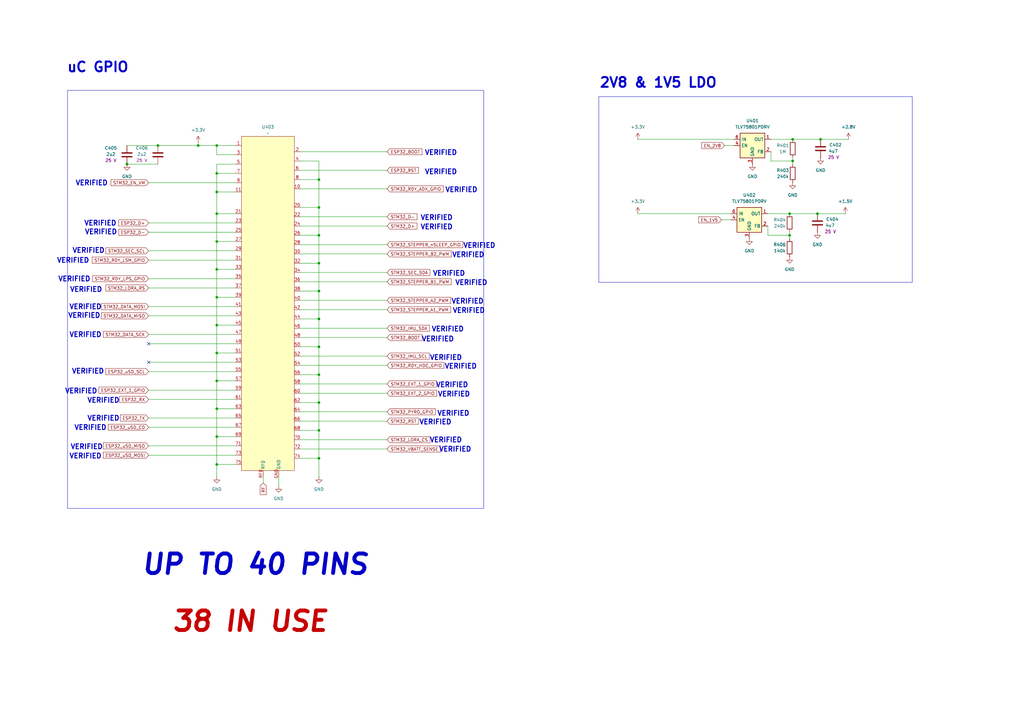
<source format=kicad_sch>
(kicad_sch
	(version 20231120)
	(generator "eeschema")
	(generator_version "8.0")
	(uuid "7dd25311-757e-4a48-b595-ef18b4834af8")
	(paper "A3")
	(lib_symbols
		(symbol "Device:C"
			(pin_numbers hide)
			(pin_names
				(offset 0.254)
			)
			(exclude_from_sim no)
			(in_bom yes)
			(on_board yes)
			(property "Reference" "C"
				(at 0.635 2.54 0)
				(effects
					(font
						(size 1.27 1.27)
					)
					(justify left)
				)
			)
			(property "Value" "C"
				(at 0.635 -2.54 0)
				(effects
					(font
						(size 1.27 1.27)
					)
					(justify left)
				)
			)
			(property "Footprint" ""
				(at 0.9652 -3.81 0)
				(effects
					(font
						(size 1.27 1.27)
					)
					(hide yes)
				)
			)
			(property "Datasheet" "~"
				(at 0 0 0)
				(effects
					(font
						(size 1.27 1.27)
					)
					(hide yes)
				)
			)
			(property "Description" "Unpolarized capacitor"
				(at 0 0 0)
				(effects
					(font
						(size 1.27 1.27)
					)
					(hide yes)
				)
			)
			(property "ki_keywords" "cap capacitor"
				(at 0 0 0)
				(effects
					(font
						(size 1.27 1.27)
					)
					(hide yes)
				)
			)
			(property "ki_fp_filters" "C_*"
				(at 0 0 0)
				(effects
					(font
						(size 1.27 1.27)
					)
					(hide yes)
				)
			)
			(symbol "C_0_1"
				(polyline
					(pts
						(xy -2.032 -0.762) (xy 2.032 -0.762)
					)
					(stroke
						(width 0.508)
						(type default)
					)
					(fill
						(type none)
					)
				)
				(polyline
					(pts
						(xy -2.032 0.762) (xy 2.032 0.762)
					)
					(stroke
						(width 0.508)
						(type default)
					)
					(fill
						(type none)
					)
				)
			)
			(symbol "C_1_1"
				(pin passive line
					(at 0 3.81 270)
					(length 2.794)
					(name "~"
						(effects
							(font
								(size 1.27 1.27)
							)
						)
					)
					(number "1"
						(effects
							(font
								(size 1.27 1.27)
							)
						)
					)
				)
				(pin passive line
					(at 0 -3.81 90)
					(length 2.794)
					(name "~"
						(effects
							(font
								(size 1.27 1.27)
							)
						)
					)
					(number "2"
						(effects
							(font
								(size 1.27 1.27)
							)
						)
					)
				)
			)
		)
		(symbol "Device:R"
			(pin_numbers hide)
			(pin_names
				(offset 0)
			)
			(exclude_from_sim no)
			(in_bom yes)
			(on_board yes)
			(property "Reference" "R"
				(at 2.032 0 90)
				(effects
					(font
						(size 1.27 1.27)
					)
				)
			)
			(property "Value" "R"
				(at 0 0 90)
				(effects
					(font
						(size 1.27 1.27)
					)
				)
			)
			(property "Footprint" ""
				(at -1.778 0 90)
				(effects
					(font
						(size 1.27 1.27)
					)
					(hide yes)
				)
			)
			(property "Datasheet" "~"
				(at 0 0 0)
				(effects
					(font
						(size 1.27 1.27)
					)
					(hide yes)
				)
			)
			(property "Description" "Resistor"
				(at 0 0 0)
				(effects
					(font
						(size 1.27 1.27)
					)
					(hide yes)
				)
			)
			(property "ki_keywords" "R res resistor"
				(at 0 0 0)
				(effects
					(font
						(size 1.27 1.27)
					)
					(hide yes)
				)
			)
			(property "ki_fp_filters" "R_*"
				(at 0 0 0)
				(effects
					(font
						(size 1.27 1.27)
					)
					(hide yes)
				)
			)
			(symbol "R_0_1"
				(rectangle
					(start -1.016 -2.54)
					(end 1.016 2.54)
					(stroke
						(width 0.254)
						(type default)
					)
					(fill
						(type none)
					)
				)
			)
			(symbol "R_1_1"
				(pin passive line
					(at 0 3.81 270)
					(length 1.27)
					(name "~"
						(effects
							(font
								(size 1.27 1.27)
							)
						)
					)
					(number "1"
						(effects
							(font
								(size 1.27 1.27)
							)
						)
					)
				)
				(pin passive line
					(at 0 -3.81 90)
					(length 1.27)
					(name "~"
						(effects
							(font
								(size 1.27 1.27)
							)
						)
					)
					(number "2"
						(effects
							(font
								(size 1.27 1.27)
							)
						)
					)
				)
			)
		)
		(symbol "FPC Connector:75_0.5P_M.2_Connector"
			(exclude_from_sim no)
			(in_bom yes)
			(on_board yes)
			(property "Reference" "U5"
				(at -0.635 69.85 0)
				(effects
					(font
						(size 1.27 1.27)
					)
				)
			)
			(property "Value" "~"
				(at -0.635 67.31 0)
				(effects
					(font
						(size 1.27 1.27)
					)
				)
			)
			(property "Footprint" "Footprints:M.2-B-KEY_Antenna"
				(at 0 2.54 0)
				(effects
					(font
						(size 1.27 1.27)
					)
					(hide yes)
				)
			)
			(property "Datasheet" ""
				(at 0 2.54 0)
				(effects
					(font
						(size 1.27 1.27)
					)
					(hide yes)
				)
			)
			(property "Description" ""
				(at 0 2.54 0)
				(effects
					(font
						(size 1.27 1.27)
					)
					(hide yes)
				)
			)
			(symbol "75_0.5P_M.2_Connector_1_1"
				(rectangle
					(start -11.43 66.04)
					(end 10.16 -71.12)
					(stroke
						(width 0)
						(type default)
					)
					(fill
						(type background)
					)
				)
				(pin input line
					(at -13.97 62.23 0)
					(length 2.54)
					(name ""
						(effects
							(font
								(size 1.27 1.27)
							)
						)
					)
					(number "1"
						(effects
							(font
								(size 1.27 1.27)
							)
						)
					)
				)
				(pin input line
					(at 12.7 44.45 180)
					(length 2.54)
					(name ""
						(effects
							(font
								(size 1.27 1.27)
							)
						)
					)
					(number "10"
						(effects
							(font
								(size 1.27 1.27)
							)
						)
					)
				)
				(pin input line
					(at -13.97 43.18 0)
					(length 2.54)
					(name ""
						(effects
							(font
								(size 1.27 1.27)
							)
						)
					)
					(number "11"
						(effects
							(font
								(size 1.27 1.27)
							)
						)
					)
				)
				(pin input line
					(at 12.7 59.69 180)
					(length 2.54)
					(name ""
						(effects
							(font
								(size 1.27 1.27)
							)
						)
					)
					(number "2"
						(effects
							(font
								(size 1.27 1.27)
							)
						)
					)
				)
				(pin input line
					(at 12.7 36.83 180)
					(length 2.54)
					(name ""
						(effects
							(font
								(size 1.27 1.27)
							)
						)
					)
					(number "20"
						(effects
							(font
								(size 1.27 1.27)
							)
						)
					)
				)
				(pin input line
					(at -13.97 34.29 0)
					(length 2.54)
					(name ""
						(effects
							(font
								(size 1.27 1.27)
							)
						)
					)
					(number "21"
						(effects
							(font
								(size 1.27 1.27)
							)
						)
					)
				)
				(pin input line
					(at 12.7 33.02 180)
					(length 2.54)
					(name ""
						(effects
							(font
								(size 1.27 1.27)
							)
						)
					)
					(number "22"
						(effects
							(font
								(size 1.27 1.27)
							)
						)
					)
				)
				(pin input line
					(at -13.97 30.48 0)
					(length 2.54)
					(name ""
						(effects
							(font
								(size 1.27 1.27)
							)
						)
					)
					(number "23"
						(effects
							(font
								(size 1.27 1.27)
							)
						)
					)
				)
				(pin input line
					(at 12.7 29.21 180)
					(length 2.54)
					(name ""
						(effects
							(font
								(size 1.27 1.27)
							)
						)
					)
					(number "24"
						(effects
							(font
								(size 1.27 1.27)
							)
						)
					)
				)
				(pin input line
					(at -13.97 26.67 0)
					(length 2.54)
					(name ""
						(effects
							(font
								(size 1.27 1.27)
							)
						)
					)
					(number "25"
						(effects
							(font
								(size 1.27 1.27)
							)
						)
					)
				)
				(pin input line
					(at 12.7 25.4 180)
					(length 2.54)
					(name ""
						(effects
							(font
								(size 1.27 1.27)
							)
						)
					)
					(number "26"
						(effects
							(font
								(size 1.27 1.27)
							)
						)
					)
				)
				(pin input line
					(at -13.97 22.86 0)
					(length 2.54)
					(name ""
						(effects
							(font
								(size 1.27 1.27)
							)
						)
					)
					(number "27"
						(effects
							(font
								(size 1.27 1.27)
							)
						)
					)
				)
				(pin input line
					(at 12.7 21.59 180)
					(length 2.54)
					(name ""
						(effects
							(font
								(size 1.27 1.27)
							)
						)
					)
					(number "28"
						(effects
							(font
								(size 1.27 1.27)
							)
						)
					)
				)
				(pin input line
					(at -13.97 19.05 0)
					(length 2.54)
					(name ""
						(effects
							(font
								(size 1.27 1.27)
							)
						)
					)
					(number "29"
						(effects
							(font
								(size 1.27 1.27)
							)
						)
					)
				)
				(pin input line
					(at -13.97 58.42 0)
					(length 2.54)
					(name ""
						(effects
							(font
								(size 1.27 1.27)
							)
						)
					)
					(number "3"
						(effects
							(font
								(size 1.27 1.27)
							)
						)
					)
				)
				(pin input line
					(at 12.7 17.78 180)
					(length 2.54)
					(name ""
						(effects
							(font
								(size 1.27 1.27)
							)
						)
					)
					(number "30"
						(effects
							(font
								(size 1.27 1.27)
							)
						)
					)
				)
				(pin input line
					(at -13.97 15.24 0)
					(length 2.54)
					(name ""
						(effects
							(font
								(size 1.27 1.27)
							)
						)
					)
					(number "31"
						(effects
							(font
								(size 1.27 1.27)
							)
						)
					)
				)
				(pin input line
					(at 12.7 13.97 180)
					(length 2.54)
					(name ""
						(effects
							(font
								(size 1.27 1.27)
							)
						)
					)
					(number "32"
						(effects
							(font
								(size 1.27 1.27)
							)
						)
					)
				)
				(pin input line
					(at -13.97 11.43 0)
					(length 2.54)
					(name ""
						(effects
							(font
								(size 1.27 1.27)
							)
						)
					)
					(number "33"
						(effects
							(font
								(size 1.27 1.27)
							)
						)
					)
				)
				(pin input line
					(at 12.7 10.16 180)
					(length 2.54)
					(name ""
						(effects
							(font
								(size 1.27 1.27)
							)
						)
					)
					(number "34"
						(effects
							(font
								(size 1.27 1.27)
							)
						)
					)
				)
				(pin input line
					(at -13.97 7.62 0)
					(length 2.54)
					(name ""
						(effects
							(font
								(size 1.27 1.27)
							)
						)
					)
					(number "35"
						(effects
							(font
								(size 1.27 1.27)
							)
						)
					)
				)
				(pin input line
					(at 12.7 6.35 180)
					(length 2.54)
					(name ""
						(effects
							(font
								(size 1.27 1.27)
							)
						)
					)
					(number "36"
						(effects
							(font
								(size 1.27 1.27)
							)
						)
					)
				)
				(pin input line
					(at -13.97 3.81 0)
					(length 2.54)
					(name ""
						(effects
							(font
								(size 1.27 1.27)
							)
						)
					)
					(number "37"
						(effects
							(font
								(size 1.27 1.27)
							)
						)
					)
				)
				(pin input line
					(at 12.7 2.54 180)
					(length 2.54)
					(name ""
						(effects
							(font
								(size 1.27 1.27)
							)
						)
					)
					(number "38"
						(effects
							(font
								(size 1.27 1.27)
							)
						)
					)
				)
				(pin input line
					(at -13.97 0 0)
					(length 2.54)
					(name ""
						(effects
							(font
								(size 1.27 1.27)
							)
						)
					)
					(number "39"
						(effects
							(font
								(size 1.27 1.27)
							)
						)
					)
				)
				(pin input line
					(at 12.7 55.88 180)
					(length 2.54)
					(name ""
						(effects
							(font
								(size 1.27 1.27)
							)
						)
					)
					(number "4"
						(effects
							(font
								(size 1.27 1.27)
							)
						)
					)
				)
				(pin input line
					(at 12.7 -1.27 180)
					(length 2.54)
					(name ""
						(effects
							(font
								(size 1.27 1.27)
							)
						)
					)
					(number "40"
						(effects
							(font
								(size 1.27 1.27)
							)
						)
					)
				)
				(pin input line
					(at -13.97 -3.81 0)
					(length 2.54)
					(name ""
						(effects
							(font
								(size 1.27 1.27)
							)
						)
					)
					(number "41"
						(effects
							(font
								(size 1.27 1.27)
							)
						)
					)
				)
				(pin input line
					(at 12.7 -5.08 180)
					(length 2.54)
					(name ""
						(effects
							(font
								(size 1.27 1.27)
							)
						)
					)
					(number "42"
						(effects
							(font
								(size 1.27 1.27)
							)
						)
					)
				)
				(pin input line
					(at -13.97 -7.62 0)
					(length 2.54)
					(name ""
						(effects
							(font
								(size 1.27 1.27)
							)
						)
					)
					(number "43"
						(effects
							(font
								(size 1.27 1.27)
							)
						)
					)
				)
				(pin input line
					(at 12.7 -8.89 180)
					(length 2.54)
					(name ""
						(effects
							(font
								(size 1.27 1.27)
							)
						)
					)
					(number "44"
						(effects
							(font
								(size 1.27 1.27)
							)
						)
					)
				)
				(pin input line
					(at -13.97 -11.43 0)
					(length 2.54)
					(name ""
						(effects
							(font
								(size 1.27 1.27)
							)
						)
					)
					(number "45"
						(effects
							(font
								(size 1.27 1.27)
							)
						)
					)
				)
				(pin input line
					(at 12.7 -12.7 180)
					(length 2.54)
					(name ""
						(effects
							(font
								(size 1.27 1.27)
							)
						)
					)
					(number "46"
						(effects
							(font
								(size 1.27 1.27)
							)
						)
					)
				)
				(pin input line
					(at -13.97 -15.24 0)
					(length 2.54)
					(name ""
						(effects
							(font
								(size 1.27 1.27)
							)
						)
					)
					(number "47"
						(effects
							(font
								(size 1.27 1.27)
							)
						)
					)
				)
				(pin input line
					(at 12.7 -16.51 180)
					(length 2.54)
					(name ""
						(effects
							(font
								(size 1.27 1.27)
							)
						)
					)
					(number "48"
						(effects
							(font
								(size 1.27 1.27)
							)
						)
					)
				)
				(pin input line
					(at -13.97 -19.05 0)
					(length 2.54)
					(name ""
						(effects
							(font
								(size 1.27 1.27)
							)
						)
					)
					(number "49"
						(effects
							(font
								(size 1.27 1.27)
							)
						)
					)
				)
				(pin input line
					(at -13.97 54.61 0)
					(length 2.54)
					(name ""
						(effects
							(font
								(size 1.27 1.27)
							)
						)
					)
					(number "5"
						(effects
							(font
								(size 1.27 1.27)
							)
						)
					)
				)
				(pin input line
					(at 12.7 -20.32 180)
					(length 2.54)
					(name ""
						(effects
							(font
								(size 1.27 1.27)
							)
						)
					)
					(number "50"
						(effects
							(font
								(size 1.27 1.27)
							)
						)
					)
				)
				(pin input line
					(at -13.97 -22.86 0)
					(length 2.54)
					(name ""
						(effects
							(font
								(size 1.27 1.27)
							)
						)
					)
					(number "51"
						(effects
							(font
								(size 1.27 1.27)
							)
						)
					)
				)
				(pin input line
					(at 12.7 -24.13 180)
					(length 2.54)
					(name ""
						(effects
							(font
								(size 1.27 1.27)
							)
						)
					)
					(number "52"
						(effects
							(font
								(size 1.27 1.27)
							)
						)
					)
				)
				(pin input line
					(at -13.97 -26.67 0)
					(length 2.54)
					(name ""
						(effects
							(font
								(size 1.27 1.27)
							)
						)
					)
					(number "53"
						(effects
							(font
								(size 1.27 1.27)
							)
						)
					)
				)
				(pin input line
					(at 12.7 -27.94 180)
					(length 2.54)
					(name ""
						(effects
							(font
								(size 1.27 1.27)
							)
						)
					)
					(number "54"
						(effects
							(font
								(size 1.27 1.27)
							)
						)
					)
				)
				(pin input line
					(at -13.97 -30.48 0)
					(length 2.54)
					(name ""
						(effects
							(font
								(size 1.27 1.27)
							)
						)
					)
					(number "55"
						(effects
							(font
								(size 1.27 1.27)
							)
						)
					)
				)
				(pin input line
					(at 12.7 -31.75 180)
					(length 2.54)
					(name ""
						(effects
							(font
								(size 1.27 1.27)
							)
						)
					)
					(number "56"
						(effects
							(font
								(size 1.27 1.27)
							)
						)
					)
				)
				(pin input line
					(at -13.97 -34.29 0)
					(length 2.54)
					(name ""
						(effects
							(font
								(size 1.27 1.27)
							)
						)
					)
					(number "57"
						(effects
							(font
								(size 1.27 1.27)
							)
						)
					)
				)
				(pin input line
					(at 12.7 -35.56 180)
					(length 2.54)
					(name ""
						(effects
							(font
								(size 1.27 1.27)
							)
						)
					)
					(number "58"
						(effects
							(font
								(size 1.27 1.27)
							)
						)
					)
				)
				(pin input line
					(at -13.97 -38.1 0)
					(length 2.54)
					(name ""
						(effects
							(font
								(size 1.27 1.27)
							)
						)
					)
					(number "59"
						(effects
							(font
								(size 1.27 1.27)
							)
						)
					)
				)
				(pin input line
					(at 12.7 52.07 180)
					(length 2.54)
					(name ""
						(effects
							(font
								(size 1.27 1.27)
							)
						)
					)
					(number "6"
						(effects
							(font
								(size 1.27 1.27)
							)
						)
					)
				)
				(pin input line
					(at 12.7 -39.37 180)
					(length 2.54)
					(name ""
						(effects
							(font
								(size 1.27 1.27)
							)
						)
					)
					(number "60"
						(effects
							(font
								(size 1.27 1.27)
							)
						)
					)
				)
				(pin input line
					(at -13.97 -41.91 0)
					(length 2.54)
					(name ""
						(effects
							(font
								(size 1.27 1.27)
							)
						)
					)
					(number "61"
						(effects
							(font
								(size 1.27 1.27)
							)
						)
					)
				)
				(pin input line
					(at 12.7 -43.18 180)
					(length 2.54)
					(name ""
						(effects
							(font
								(size 1.27 1.27)
							)
						)
					)
					(number "62"
						(effects
							(font
								(size 1.27 1.27)
							)
						)
					)
				)
				(pin input line
					(at -13.97 -45.72 0)
					(length 2.54)
					(name ""
						(effects
							(font
								(size 1.27 1.27)
							)
						)
					)
					(number "63"
						(effects
							(font
								(size 1.27 1.27)
							)
						)
					)
				)
				(pin input line
					(at 12.7 -46.99 180)
					(length 2.54)
					(name ""
						(effects
							(font
								(size 1.27 1.27)
							)
						)
					)
					(number "64"
						(effects
							(font
								(size 1.27 1.27)
							)
						)
					)
				)
				(pin input line
					(at -13.97 -49.53 0)
					(length 2.54)
					(name ""
						(effects
							(font
								(size 1.27 1.27)
							)
						)
					)
					(number "65"
						(effects
							(font
								(size 1.27 1.27)
							)
						)
					)
				)
				(pin input line
					(at 12.7 -50.8 180)
					(length 2.54)
					(name ""
						(effects
							(font
								(size 1.27 1.27)
							)
						)
					)
					(number "66"
						(effects
							(font
								(size 1.27 1.27)
							)
						)
					)
				)
				(pin input line
					(at -13.97 -53.34 0)
					(length 2.54)
					(name ""
						(effects
							(font
								(size 1.27 1.27)
							)
						)
					)
					(number "67"
						(effects
							(font
								(size 1.27 1.27)
							)
						)
					)
				)
				(pin input line
					(at 12.7 -54.61 180)
					(length 2.54)
					(name ""
						(effects
							(font
								(size 1.27 1.27)
							)
						)
					)
					(number "68"
						(effects
							(font
								(size 1.27 1.27)
							)
						)
					)
				)
				(pin input line
					(at -13.97 -57.15 0)
					(length 2.54)
					(name ""
						(effects
							(font
								(size 1.27 1.27)
							)
						)
					)
					(number "69"
						(effects
							(font
								(size 1.27 1.27)
							)
						)
					)
				)
				(pin input line
					(at -13.97 50.8 0)
					(length 2.54)
					(name ""
						(effects
							(font
								(size 1.27 1.27)
							)
						)
					)
					(number "7"
						(effects
							(font
								(size 1.27 1.27)
							)
						)
					)
				)
				(pin input line
					(at 12.7 -58.42 180)
					(length 2.54)
					(name ""
						(effects
							(font
								(size 1.27 1.27)
							)
						)
					)
					(number "70"
						(effects
							(font
								(size 1.27 1.27)
							)
						)
					)
				)
				(pin input line
					(at -13.97 -60.96 0)
					(length 2.54)
					(name ""
						(effects
							(font
								(size 1.27 1.27)
							)
						)
					)
					(number "71"
						(effects
							(font
								(size 1.27 1.27)
							)
						)
					)
				)
				(pin input line
					(at 12.7 -62.23 180)
					(length 2.54)
					(name ""
						(effects
							(font
								(size 1.27 1.27)
							)
						)
					)
					(number "72"
						(effects
							(font
								(size 1.27 1.27)
							)
						)
					)
				)
				(pin input line
					(at -13.97 -64.77 0)
					(length 2.54)
					(name ""
						(effects
							(font
								(size 1.27 1.27)
							)
						)
					)
					(number "73"
						(effects
							(font
								(size 1.27 1.27)
							)
						)
					)
				)
				(pin input line
					(at 12.7 -66.04 180)
					(length 2.54)
					(name ""
						(effects
							(font
								(size 1.27 1.27)
							)
						)
					)
					(number "74"
						(effects
							(font
								(size 1.27 1.27)
							)
						)
					)
				)
				(pin input line
					(at -13.97 -68.58 0)
					(length 2.54)
					(name ""
						(effects
							(font
								(size 1.27 1.27)
							)
						)
					)
					(number "75"
						(effects
							(font
								(size 1.27 1.27)
							)
						)
					)
				)
				(pin input line
					(at 12.7 48.26 180)
					(length 2.54)
					(name ""
						(effects
							(font
								(size 1.27 1.27)
							)
						)
					)
					(number "8"
						(effects
							(font
								(size 1.27 1.27)
							)
						)
					)
				)
				(pin input line
					(at -13.97 46.99 0)
					(length 2.54)
					(name ""
						(effects
							(font
								(size 1.27 1.27)
							)
						)
					)
					(number "9"
						(effects
							(font
								(size 1.27 1.27)
							)
						)
					)
				)
				(pin input line
					(at 3.81 -73.66 90)
					(length 2.54)
					(name "GND"
						(effects
							(font
								(size 1.27 1.27)
							)
						)
					)
					(number "GND"
						(effects
							(font
								(size 1.27 1.27)
							)
						)
					)
				)
				(pin input line
					(at -2.54 -73.66 90)
					(length 2.54)
					(name "RF0"
						(effects
							(font
								(size 1.27 1.27)
							)
						)
					)
					(number "RF0"
						(effects
							(font
								(size 1.27 1.27)
							)
						)
					)
				)
			)
		)
		(symbol "Regulator_Linear:TLV75801PDRV"
			(exclude_from_sim no)
			(in_bom yes)
			(on_board yes)
			(property "Reference" "U"
				(at -3.81 6.35 0)
				(effects
					(font
						(size 1.27 1.27)
					)
				)
			)
			(property "Value" "TLV75801PDRV"
				(at 0 6.35 0)
				(effects
					(font
						(size 1.27 1.27)
					)
					(justify left)
				)
			)
			(property "Footprint" "Package_SON:WSON-6-1EP_2x2mm_P0.65mm_EP1x1.6mm"
				(at 0 8.255 0)
				(effects
					(font
						(size 1.27 1.27)
						(italic yes)
					)
					(hide yes)
				)
			)
			(property "Datasheet" "https://www.ti.com/lit/ds/symlink/tlv758p.pdf"
				(at 0 1.27 0)
				(effects
					(font
						(size 1.27 1.27)
					)
					(hide yes)
				)
			)
			(property "Description" "500mA Low-Dropout Linear Regulator, Adjustable Output, WSON-6"
				(at 0 0 0)
				(effects
					(font
						(size 1.27 1.27)
					)
					(hide yes)
				)
			)
			(property "ki_keywords" "ldo positive"
				(at 0 0 0)
				(effects
					(font
						(size 1.27 1.27)
					)
					(hide yes)
				)
			)
			(property "ki_fp_filters" "WSON*1EP*2x2mm*P0.65mm*"
				(at 0 0 0)
				(effects
					(font
						(size 1.27 1.27)
					)
					(hide yes)
				)
			)
			(symbol "TLV75801PDRV_0_1"
				(rectangle
					(start 5.08 -5.08)
					(end -5.08 5.08)
					(stroke
						(width 0.254)
						(type default)
					)
					(fill
						(type background)
					)
				)
			)
			(symbol "TLV75801PDRV_1_1"
				(pin power_out line
					(at 7.62 2.54 180)
					(length 2.54)
					(name "OUT"
						(effects
							(font
								(size 1.27 1.27)
							)
						)
					)
					(number "1"
						(effects
							(font
								(size 1.27 1.27)
							)
						)
					)
				)
				(pin input line
					(at 7.62 -2.54 180)
					(length 2.54)
					(name "FB"
						(effects
							(font
								(size 1.27 1.27)
							)
						)
					)
					(number "2"
						(effects
							(font
								(size 1.27 1.27)
							)
						)
					)
				)
				(pin power_in line
					(at 0 -7.62 90)
					(length 2.54)
					(name "GND"
						(effects
							(font
								(size 1.27 1.27)
							)
						)
					)
					(number "3"
						(effects
							(font
								(size 1.27 1.27)
							)
						)
					)
				)
				(pin input line
					(at -7.62 0 0)
					(length 2.54)
					(name "EN"
						(effects
							(font
								(size 1.27 1.27)
							)
						)
					)
					(number "4"
						(effects
							(font
								(size 1.27 1.27)
							)
						)
					)
				)
				(pin no_connect line
					(at 5.08 0 180)
					(length 2.54) hide
					(name "DNC"
						(effects
							(font
								(size 1.27 1.27)
							)
						)
					)
					(number "5"
						(effects
							(font
								(size 1.27 1.27)
							)
						)
					)
				)
				(pin power_in line
					(at -7.62 2.54 0)
					(length 2.54)
					(name "IN"
						(effects
							(font
								(size 1.27 1.27)
							)
						)
					)
					(number "6"
						(effects
							(font
								(size 1.27 1.27)
							)
						)
					)
				)
				(pin passive line
					(at 0 -7.62 90)
					(length 2.54) hide
					(name "GND"
						(effects
							(font
								(size 1.27 1.27)
							)
						)
					)
					(number "7"
						(effects
							(font
								(size 1.27 1.27)
							)
						)
					)
				)
			)
		)
		(symbol "power:+3.3V"
			(power)
			(pin_numbers hide)
			(pin_names
				(offset 0) hide)
			(exclude_from_sim no)
			(in_bom yes)
			(on_board yes)
			(property "Reference" "#PWR"
				(at 0 -3.81 0)
				(effects
					(font
						(size 1.27 1.27)
					)
					(hide yes)
				)
			)
			(property "Value" "+3.3V"
				(at 0 3.556 0)
				(effects
					(font
						(size 1.27 1.27)
					)
				)
			)
			(property "Footprint" ""
				(at 0 0 0)
				(effects
					(font
						(size 1.27 1.27)
					)
					(hide yes)
				)
			)
			(property "Datasheet" ""
				(at 0 0 0)
				(effects
					(font
						(size 1.27 1.27)
					)
					(hide yes)
				)
			)
			(property "Description" "Power symbol creates a global label with name \"+3.3V\""
				(at 0 0 0)
				(effects
					(font
						(size 1.27 1.27)
					)
					(hide yes)
				)
			)
			(property "ki_keywords" "global power"
				(at 0 0 0)
				(effects
					(font
						(size 1.27 1.27)
					)
					(hide yes)
				)
			)
			(symbol "+3.3V_0_1"
				(polyline
					(pts
						(xy -0.762 1.27) (xy 0 2.54)
					)
					(stroke
						(width 0)
						(type default)
					)
					(fill
						(type none)
					)
				)
				(polyline
					(pts
						(xy 0 0) (xy 0 2.54)
					)
					(stroke
						(width 0)
						(type default)
					)
					(fill
						(type none)
					)
				)
				(polyline
					(pts
						(xy 0 2.54) (xy 0.762 1.27)
					)
					(stroke
						(width 0)
						(type default)
					)
					(fill
						(type none)
					)
				)
			)
			(symbol "+3.3V_1_1"
				(pin power_in line
					(at 0 0 90)
					(length 0)
					(name "~"
						(effects
							(font
								(size 1.27 1.27)
							)
						)
					)
					(number "1"
						(effects
							(font
								(size 1.27 1.27)
							)
						)
					)
				)
			)
		)
		(symbol "power:GND"
			(power)
			(pin_numbers hide)
			(pin_names
				(offset 0) hide)
			(exclude_from_sim no)
			(in_bom yes)
			(on_board yes)
			(property "Reference" "#PWR"
				(at 0 -6.35 0)
				(effects
					(font
						(size 1.27 1.27)
					)
					(hide yes)
				)
			)
			(property "Value" "GND"
				(at 0 -3.81 0)
				(effects
					(font
						(size 1.27 1.27)
					)
				)
			)
			(property "Footprint" ""
				(at 0 0 0)
				(effects
					(font
						(size 1.27 1.27)
					)
					(hide yes)
				)
			)
			(property "Datasheet" ""
				(at 0 0 0)
				(effects
					(font
						(size 1.27 1.27)
					)
					(hide yes)
				)
			)
			(property "Description" "Power symbol creates a global label with name \"GND\" , ground"
				(at 0 0 0)
				(effects
					(font
						(size 1.27 1.27)
					)
					(hide yes)
				)
			)
			(property "ki_keywords" "global power"
				(at 0 0 0)
				(effects
					(font
						(size 1.27 1.27)
					)
					(hide yes)
				)
			)
			(symbol "GND_0_1"
				(polyline
					(pts
						(xy 0 0) (xy 0 -1.27) (xy 1.27 -1.27) (xy 0 -2.54) (xy -1.27 -1.27) (xy 0 -1.27)
					)
					(stroke
						(width 0)
						(type default)
					)
					(fill
						(type none)
					)
				)
			)
			(symbol "GND_1_1"
				(pin power_in line
					(at 0 0 270)
					(length 0)
					(name "~"
						(effects
							(font
								(size 1.27 1.27)
							)
						)
					)
					(number "1"
						(effects
							(font
								(size 1.27 1.27)
							)
						)
					)
				)
			)
		)
	)
	(junction
		(at 88.9 190.5)
		(diameter 0)
		(color 0 0 0 0)
		(uuid "0bd67ad4-3000-49c9-add1-af7506db1683")
	)
	(junction
		(at 130.81 176.53)
		(diameter 0)
		(color 0 0 0 0)
		(uuid "198cefdb-8227-4b5c-9184-7d35ace42004")
	)
	(junction
		(at 64.77 59.69)
		(diameter 0)
		(color 0 0 0 0)
		(uuid "2e265d89-66fa-4009-8644-5c5da816d6ee")
	)
	(junction
		(at 88.9 78.74)
		(diameter 0)
		(color 0 0 0 0)
		(uuid "35e2b6a1-c097-4ee6-947b-8c2cae715982")
	)
	(junction
		(at 130.81 119.38)
		(diameter 0)
		(color 0 0 0 0)
		(uuid "38cbb7b6-0fe3-44d9-889e-c869ed425230")
	)
	(junction
		(at 88.9 156.21)
		(diameter 0)
		(color 0 0 0 0)
		(uuid "38d7913f-2549-45b1-84fd-e66ed5be4c19")
	)
	(junction
		(at 325.12 66.04)
		(diameter 0)
		(color 0 0 0 0)
		(uuid "40c4fca2-5709-4a7a-ad38-0e437acadefe")
	)
	(junction
		(at 88.9 144.78)
		(diameter 0)
		(color 0 0 0 0)
		(uuid "52f16fd5-1cb1-4277-85dc-0fee4b60475e")
	)
	(junction
		(at 130.81 165.1)
		(diameter 0)
		(color 0 0 0 0)
		(uuid "562ac538-65b7-4fdd-a2e1-cf336666bd67")
	)
	(junction
		(at 130.81 142.24)
		(diameter 0)
		(color 0 0 0 0)
		(uuid "598e0ffd-9c0b-4f49-aa70-7d8532891341")
	)
	(junction
		(at 130.81 85.09)
		(diameter 0)
		(color 0 0 0 0)
		(uuid "692678ba-f854-47ad-b49f-1e548fc592cd")
	)
	(junction
		(at 88.9 59.69)
		(diameter 0)
		(color 0 0 0 0)
		(uuid "70ebe630-16b6-4099-afaa-02bb5a83af2d")
	)
	(junction
		(at 323.85 96.52)
		(diameter 0)
		(color 0 0 0 0)
		(uuid "76a2c24f-344f-4049-b126-d25bba90946f")
	)
	(junction
		(at 88.9 179.07)
		(diameter 0)
		(color 0 0 0 0)
		(uuid "79c8b512-508e-4b36-b999-592db26d82ce")
	)
	(junction
		(at 335.28 87.63)
		(diameter 0)
		(color 0 0 0 0)
		(uuid "7b37f52e-7859-4364-9911-8a71487c4f66")
	)
	(junction
		(at 81.28 59.69)
		(diameter 0)
		(color 0 0 0 0)
		(uuid "7e0f1f14-f57b-4fab-9262-4e837608b8a6")
	)
	(junction
		(at 88.9 133.35)
		(diameter 0)
		(color 0 0 0 0)
		(uuid "7ea14d92-9b28-4e3a-876b-8ff1f3c9e6db")
	)
	(junction
		(at 336.55 57.15)
		(diameter 0)
		(color 0 0 0 0)
		(uuid "7fb20c00-d22a-4ef0-9da4-fe039a79a1f5")
	)
	(junction
		(at 52.07 67.31)
		(diameter 0)
		(color 0 0 0 0)
		(uuid "8084af06-7a17-4b40-912c-25b2ce3081fd")
	)
	(junction
		(at 130.81 107.95)
		(diameter 0)
		(color 0 0 0 0)
		(uuid "87568e0c-d740-4529-b9ef-c4095cacd321")
	)
	(junction
		(at 130.81 73.66)
		(diameter 0)
		(color 0 0 0 0)
		(uuid "96c1ee19-2cc8-4b35-8b84-e6bce781f899")
	)
	(junction
		(at 88.9 121.92)
		(diameter 0)
		(color 0 0 0 0)
		(uuid "96f1045c-7c74-47a7-ba48-d70b91aa23b0")
	)
	(junction
		(at 130.81 187.96)
		(diameter 0)
		(color 0 0 0 0)
		(uuid "9ab6763f-6a14-4cd7-80a1-0c0a837f4ac5")
	)
	(junction
		(at 88.9 71.12)
		(diameter 0)
		(color 0 0 0 0)
		(uuid "a0161b9f-8222-40ab-9641-7798aca72d66")
	)
	(junction
		(at 323.85 87.63)
		(diameter 0)
		(color 0 0 0 0)
		(uuid "ab03375b-6124-42e2-ab27-460d37c7fc89")
	)
	(junction
		(at 130.81 96.52)
		(diameter 0)
		(color 0 0 0 0)
		(uuid "b46c3163-e7ff-4e7b-9e7d-56faf9f89473")
	)
	(junction
		(at 88.9 167.64)
		(diameter 0)
		(color 0 0 0 0)
		(uuid "b612b7ad-f28f-4068-98d6-163d53bc1680")
	)
	(junction
		(at 325.12 57.15)
		(diameter 0)
		(color 0 0 0 0)
		(uuid "c5feb4c4-2df7-4467-9c53-7f5f4bc050b0")
	)
	(junction
		(at 130.81 153.67)
		(diameter 0)
		(color 0 0 0 0)
		(uuid "cddcc3b1-d7e6-47e9-882a-7aef42e101ec")
	)
	(junction
		(at 88.9 99.06)
		(diameter 0)
		(color 0 0 0 0)
		(uuid "d463f556-cddf-4e88-ba34-3b3b3dd1d933")
	)
	(junction
		(at 88.9 87.63)
		(diameter 0)
		(color 0 0 0 0)
		(uuid "e72aa3b5-c1b3-4ea4-b561-2f4d0269a17f")
	)
	(junction
		(at 88.9 110.49)
		(diameter 0)
		(color 0 0 0 0)
		(uuid "ea35b031-ab77-47e4-b659-1b17eef51d69")
	)
	(junction
		(at 130.81 130.81)
		(diameter 0)
		(color 0 0 0 0)
		(uuid "ece0c980-ab02-4207-b06e-20819f8a9993")
	)
	(no_connect
		(at 60.96 140.97)
		(uuid "5f2d8591-89fb-4448-bdee-3d7869687c0c")
	)
	(no_connect
		(at 60.96 148.59)
		(uuid "6aa42bf9-663c-4d39-92e4-79949ed64996")
	)
	(wire
		(pts
			(xy 60.96 125.73) (xy 96.52 125.73)
		)
		(stroke
			(width 0)
			(type default)
		)
		(uuid "00730017-31a9-4415-bc70-f6db3deb08be")
	)
	(wire
		(pts
			(xy 123.19 142.24) (xy 130.81 142.24)
		)
		(stroke
			(width 0)
			(type default)
		)
		(uuid "02f8f686-baff-417d-81aa-52ab50b8ba2c")
	)
	(wire
		(pts
			(xy 130.81 130.81) (xy 130.81 142.24)
		)
		(stroke
			(width 0)
			(type default)
		)
		(uuid "031fe7fd-0de6-4143-8a6d-e00a5d222b4e")
	)
	(wire
		(pts
			(xy 325.12 57.15) (xy 336.55 57.15)
		)
		(stroke
			(width 0)
			(type default)
		)
		(uuid "05000ecb-a696-4dae-9d13-b99550d3243d")
	)
	(wire
		(pts
			(xy 130.81 187.96) (xy 130.81 195.58)
		)
		(stroke
			(width 0)
			(type default)
		)
		(uuid "059ef8cb-1d78-45ca-8bc0-1edba2b633ea")
	)
	(wire
		(pts
			(xy 323.85 96.52) (xy 323.85 97.79)
		)
		(stroke
			(width 0)
			(type default)
		)
		(uuid "06aaec78-d685-465b-bdf9-162275bc119e")
	)
	(wire
		(pts
			(xy 88.9 179.07) (xy 88.9 190.5)
		)
		(stroke
			(width 0)
			(type default)
		)
		(uuid "0bcdbf52-e2e4-49ff-82a2-f7f8818a3d73")
	)
	(wire
		(pts
			(xy 88.9 133.35) (xy 88.9 144.78)
		)
		(stroke
			(width 0)
			(type default)
		)
		(uuid "12dbba17-1d17-44c5-8126-ab987fa02d65")
	)
	(wire
		(pts
			(xy 60.96 129.54) (xy 96.52 129.54)
		)
		(stroke
			(width 0)
			(type default)
		)
		(uuid "13ededf6-3afb-470e-a146-308234c068ad")
	)
	(wire
		(pts
			(xy 88.9 156.21) (xy 96.52 156.21)
		)
		(stroke
			(width 0)
			(type default)
		)
		(uuid "18ac16c7-2a0f-4501-815b-6583387e18c4")
	)
	(wire
		(pts
			(xy 123.19 168.91) (xy 158.75 168.91)
		)
		(stroke
			(width 0)
			(type default)
		)
		(uuid "19687d23-4949-4b03-85f2-11d56cf41328")
	)
	(wire
		(pts
			(xy 123.19 146.05) (xy 158.75 146.05)
		)
		(stroke
			(width 0)
			(type default)
		)
		(uuid "19fa4f13-d498-4a17-b0bd-ea8107007e89")
	)
	(wire
		(pts
			(xy 52.07 67.31) (xy 64.77 67.31)
		)
		(stroke
			(width 0)
			(type default)
		)
		(uuid "1ab07f30-f9c2-4405-9578-848e9f323dcc")
	)
	(wire
		(pts
			(xy 130.81 85.09) (xy 130.81 96.52)
		)
		(stroke
			(width 0)
			(type default)
		)
		(uuid "1d872a28-7cbc-47f7-911c-c9f5e3009d41")
	)
	(wire
		(pts
			(xy 123.19 161.29) (xy 158.75 161.29)
		)
		(stroke
			(width 0)
			(type default)
		)
		(uuid "1f720694-ef20-46c8-8a3c-c7ce41b8e7bd")
	)
	(wire
		(pts
			(xy 123.19 73.66) (xy 130.81 73.66)
		)
		(stroke
			(width 0)
			(type default)
		)
		(uuid "20b64664-5ccf-42aa-a5ca-4dfac5636e2c")
	)
	(wire
		(pts
			(xy 88.9 179.07) (xy 96.52 179.07)
		)
		(stroke
			(width 0)
			(type default)
		)
		(uuid "22a06c14-1084-4b61-8936-6a71268f1250")
	)
	(wire
		(pts
			(xy 123.19 88.9) (xy 158.75 88.9)
		)
		(stroke
			(width 0)
			(type default)
		)
		(uuid "237bfded-81bf-4910-95a0-bef4f1b91289")
	)
	(wire
		(pts
			(xy 88.9 167.64) (xy 96.52 167.64)
		)
		(stroke
			(width 0)
			(type default)
		)
		(uuid "273a375a-271f-4774-83ae-579a5e18d08a")
	)
	(wire
		(pts
			(xy 123.19 69.85) (xy 158.75 69.85)
		)
		(stroke
			(width 0)
			(type default)
		)
		(uuid "282b7da2-cd6a-44dc-a49b-78945c5eb36f")
	)
	(wire
		(pts
			(xy 123.19 138.43) (xy 158.75 138.43)
		)
		(stroke
			(width 0)
			(type default)
		)
		(uuid "2c78cb7d-d587-49ed-a0f9-5e9a1d79b76c")
	)
	(wire
		(pts
			(xy 123.19 100.33) (xy 158.75 100.33)
		)
		(stroke
			(width 0)
			(type default)
		)
		(uuid "2caa7d2c-9118-4637-bcd7-431a9be52d9c")
	)
	(wire
		(pts
			(xy 261.62 57.15) (xy 300.99 57.15)
		)
		(stroke
			(width 0)
			(type default)
		)
		(uuid "2d5156af-163b-4205-a5ab-cb34ee45e9c3")
	)
	(wire
		(pts
			(xy 88.9 78.74) (xy 96.52 78.74)
		)
		(stroke
			(width 0)
			(type default)
		)
		(uuid "2e2ad91b-4704-42fd-bf53-eafc27a79283")
	)
	(wire
		(pts
			(xy 88.9 71.12) (xy 96.52 71.12)
		)
		(stroke
			(width 0)
			(type default)
		)
		(uuid "312fde89-c707-4001-a7e9-21312fd5babd")
	)
	(wire
		(pts
			(xy 130.81 153.67) (xy 130.81 165.1)
		)
		(stroke
			(width 0)
			(type default)
		)
		(uuid "372508b6-efa8-405a-bc83-ce9a0c22faf5")
	)
	(wire
		(pts
			(xy 52.07 59.69) (xy 64.77 59.69)
		)
		(stroke
			(width 0)
			(type default)
		)
		(uuid "3a3c2653-1f3a-44b5-b1b5-307772a3e9d3")
	)
	(wire
		(pts
			(xy 60.96 163.83) (xy 96.52 163.83)
		)
		(stroke
			(width 0)
			(type default)
		)
		(uuid "3b6c3266-a77f-4232-b41c-370f459c458b")
	)
	(wire
		(pts
			(xy 88.9 99.06) (xy 88.9 110.49)
		)
		(stroke
			(width 0)
			(type default)
		)
		(uuid "3df4cf67-b601-406c-8039-eeebc9051669")
	)
	(wire
		(pts
			(xy 130.81 165.1) (xy 130.81 176.53)
		)
		(stroke
			(width 0)
			(type default)
		)
		(uuid "3f1e8150-9820-4cd9-9482-2c831a2950b1")
	)
	(wire
		(pts
			(xy 123.19 127) (xy 158.75 127)
		)
		(stroke
			(width 0)
			(type default)
		)
		(uuid "40d3a271-0beb-46c6-8587-22eb7bedcdac")
	)
	(wire
		(pts
			(xy 316.23 66.04) (xy 325.12 66.04)
		)
		(stroke
			(width 0)
			(type default)
		)
		(uuid "41439da5-ec68-427e-8dac-3af891988e58")
	)
	(wire
		(pts
			(xy 60.96 182.88) (xy 96.52 182.88)
		)
		(stroke
			(width 0)
			(type default)
		)
		(uuid "41e60a4d-561e-4800-b7ee-8a7b52c3fd57")
	)
	(wire
		(pts
			(xy 60.96 74.93) (xy 96.52 74.93)
		)
		(stroke
			(width 0)
			(type default)
		)
		(uuid "4556b3f8-aca9-4fb7-ba8e-7e7243ff91e8")
	)
	(wire
		(pts
			(xy 325.12 64.77) (xy 325.12 66.04)
		)
		(stroke
			(width 0)
			(type default)
		)
		(uuid "4d33b45d-3547-481b-9b08-d157614e9b48")
	)
	(wire
		(pts
			(xy 88.9 167.64) (xy 88.9 179.07)
		)
		(stroke
			(width 0)
			(type default)
		)
		(uuid "4d6757c6-21cc-4495-90d0-894fbd73a657")
	)
	(wire
		(pts
			(xy 88.9 87.63) (xy 96.52 87.63)
		)
		(stroke
			(width 0)
			(type default)
		)
		(uuid "4e305a9a-9e4c-471a-a1a7-31c2eaa1a89d")
	)
	(wire
		(pts
			(xy 88.9 133.35) (xy 96.52 133.35)
		)
		(stroke
			(width 0)
			(type default)
		)
		(uuid "4ea6b43d-182c-48a7-a66c-19b4ca2f5532")
	)
	(wire
		(pts
			(xy 123.19 165.1) (xy 130.81 165.1)
		)
		(stroke
			(width 0)
			(type default)
		)
		(uuid "517c221f-e128-46a1-8534-9de9cd999b2a")
	)
	(wire
		(pts
			(xy 114.3 195.58) (xy 114.3 199.39)
		)
		(stroke
			(width 0)
			(type default)
		)
		(uuid "51ef8cce-b673-4977-ae68-01c877452c29")
	)
	(wire
		(pts
			(xy 297.18 59.69) (xy 300.99 59.69)
		)
		(stroke
			(width 0)
			(type default)
		)
		(uuid "5289e3e2-ece7-454f-b71f-a1a93e04b446")
	)
	(wire
		(pts
			(xy 123.19 85.09) (xy 130.81 85.09)
		)
		(stroke
			(width 0)
			(type default)
		)
		(uuid "538289bd-1c42-45fa-b309-e8a1dc186ffe")
	)
	(wire
		(pts
			(xy 261.62 87.63) (xy 299.72 87.63)
		)
		(stroke
			(width 0)
			(type default)
		)
		(uuid "56c20e19-b76b-428c-bef8-844862f316cd")
	)
	(wire
		(pts
			(xy 60.96 171.45) (xy 96.52 171.45)
		)
		(stroke
			(width 0)
			(type default)
		)
		(uuid "5adb6197-bfb5-4ec5-ad30-1b7d5d610d7d")
	)
	(wire
		(pts
			(xy 81.28 59.69) (xy 88.9 59.69)
		)
		(stroke
			(width 0)
			(type default)
		)
		(uuid "5ba1fffd-2f5c-4eb9-af9e-07ba57e27c77")
	)
	(wire
		(pts
			(xy 60.96 148.59) (xy 96.52 148.59)
		)
		(stroke
			(width 0)
			(type default)
		)
		(uuid "5c618097-b556-4721-9966-d01ac795da1a")
	)
	(wire
		(pts
			(xy 316.23 62.23) (xy 316.23 66.04)
		)
		(stroke
			(width 0)
			(type default)
		)
		(uuid "5d88db24-9710-4991-8ed5-e39c85b0f37f")
	)
	(wire
		(pts
			(xy 60.96 137.16) (xy 96.52 137.16)
		)
		(stroke
			(width 0)
			(type default)
		)
		(uuid "5f906ec2-49d9-47b0-b771-c2939c2fe1fe")
	)
	(wire
		(pts
			(xy 123.19 187.96) (xy 130.81 187.96)
		)
		(stroke
			(width 0)
			(type default)
		)
		(uuid "64beba91-8d94-42de-a14f-91b523cc7a0c")
	)
	(wire
		(pts
			(xy 123.19 96.52) (xy 130.81 96.52)
		)
		(stroke
			(width 0)
			(type default)
		)
		(uuid "6bd99f1f-fc80-4f4d-9fe0-1f68a4393636")
	)
	(wire
		(pts
			(xy 314.96 92.71) (xy 314.96 96.52)
		)
		(stroke
			(width 0)
			(type default)
		)
		(uuid "6ce2eee6-7321-43bf-af4c-0af8c900cedf")
	)
	(wire
		(pts
			(xy 123.19 92.71) (xy 158.75 92.71)
		)
		(stroke
			(width 0)
			(type default)
		)
		(uuid "6d6e4015-55d4-419d-8efe-092f46767445")
	)
	(wire
		(pts
			(xy 88.9 87.63) (xy 88.9 99.06)
		)
		(stroke
			(width 0)
			(type default)
		)
		(uuid "74103f4c-743c-434c-9c05-6b90626ac673")
	)
	(wire
		(pts
			(xy 60.96 140.97) (xy 96.52 140.97)
		)
		(stroke
			(width 0)
			(type default)
		)
		(uuid "75360f42-b854-4c3b-93e0-2fb141a5e5fd")
	)
	(wire
		(pts
			(xy 123.19 149.86) (xy 158.75 149.86)
		)
		(stroke
			(width 0)
			(type default)
		)
		(uuid "7b4068a1-5d68-4d6b-a7b3-90d45a3b6832")
	)
	(wire
		(pts
			(xy 130.81 73.66) (xy 130.81 85.09)
		)
		(stroke
			(width 0)
			(type default)
		)
		(uuid "8379dc8f-75dc-4d34-b5ab-db5568ddc903")
	)
	(wire
		(pts
			(xy 88.9 99.06) (xy 96.52 99.06)
		)
		(stroke
			(width 0)
			(type default)
		)
		(uuid "83ae5125-57fc-491d-a85b-a00d51f49083")
	)
	(wire
		(pts
			(xy 130.81 119.38) (xy 130.81 130.81)
		)
		(stroke
			(width 0)
			(type default)
		)
		(uuid "886a761c-e6bb-46b3-a51e-e66d4de7f939")
	)
	(wire
		(pts
			(xy 60.96 102.87) (xy 96.52 102.87)
		)
		(stroke
			(width 0)
			(type default)
		)
		(uuid "8ad7bfc8-ffc5-4d2f-8c38-364d7f4467c0")
	)
	(wire
		(pts
			(xy 314.96 96.52) (xy 323.85 96.52)
		)
		(stroke
			(width 0)
			(type default)
		)
		(uuid "8b239c7a-d9ec-4ad9-a918-a0d9c8b34bb4")
	)
	(wire
		(pts
			(xy 123.19 123.19) (xy 158.75 123.19)
		)
		(stroke
			(width 0)
			(type default)
		)
		(uuid "8be68c8e-a1f3-44ec-8c5a-5c7eb186fe55")
	)
	(wire
		(pts
			(xy 130.81 66.04) (xy 130.81 73.66)
		)
		(stroke
			(width 0)
			(type default)
		)
		(uuid "8c01dab7-8158-483e-82f0-a0694c771389")
	)
	(wire
		(pts
			(xy 88.9 71.12) (xy 88.9 78.74)
		)
		(stroke
			(width 0)
			(type default)
		)
		(uuid "90988bfe-3cda-4d3f-a5a2-8a06b44b5521")
	)
	(wire
		(pts
			(xy 325.12 66.04) (xy 325.12 67.31)
		)
		(stroke
			(width 0)
			(type default)
		)
		(uuid "91b1f01e-f2dd-4d43-84d2-9a5abc2654cd")
	)
	(wire
		(pts
			(xy 60.96 186.69) (xy 96.52 186.69)
		)
		(stroke
			(width 0)
			(type default)
		)
		(uuid "952d8651-eff7-4df8-b111-74a950591615")
	)
	(wire
		(pts
			(xy 130.81 96.52) (xy 130.81 107.95)
		)
		(stroke
			(width 0)
			(type default)
		)
		(uuid "99bb8160-5e4b-4b25-8c95-3b0aa0a5b755")
	)
	(wire
		(pts
			(xy 88.9 67.31) (xy 88.9 71.12)
		)
		(stroke
			(width 0)
			(type default)
		)
		(uuid "9a78094c-da64-4fe8-a092-3e6c5b2291c3")
	)
	(wire
		(pts
			(xy 130.81 142.24) (xy 130.81 153.67)
		)
		(stroke
			(width 0)
			(type default)
		)
		(uuid "9d15be08-3179-4400-b046-a16d0abca03f")
	)
	(wire
		(pts
			(xy 123.19 111.76) (xy 158.75 111.76)
		)
		(stroke
			(width 0)
			(type default)
		)
		(uuid "9eb160c9-4f3c-4c26-b502-9913e5f79bc1")
	)
	(wire
		(pts
			(xy 60.96 91.44) (xy 96.52 91.44)
		)
		(stroke
			(width 0)
			(type default)
		)
		(uuid "a0437c2f-dfc4-4014-a054-255675fee0e6")
	)
	(wire
		(pts
			(xy 323.85 87.63) (xy 335.28 87.63)
		)
		(stroke
			(width 0)
			(type default)
		)
		(uuid "a9283022-de29-4090-b0bf-4c2471842e73")
	)
	(wire
		(pts
			(xy 88.9 59.69) (xy 96.52 59.69)
		)
		(stroke
			(width 0)
			(type default)
		)
		(uuid "aaf110d1-c857-4091-9e88-1b00170d9c5f")
	)
	(wire
		(pts
			(xy 64.77 59.69) (xy 81.28 59.69)
		)
		(stroke
			(width 0)
			(type default)
		)
		(uuid "b0195d8a-b4e7-4abc-b9b2-7242ce19e5dc")
	)
	(wire
		(pts
			(xy 123.19 184.15) (xy 158.75 184.15)
		)
		(stroke
			(width 0)
			(type default)
		)
		(uuid "b2b076a6-ae14-48da-a7c9-637e036e1933")
	)
	(wire
		(pts
			(xy 123.19 66.04) (xy 130.81 66.04)
		)
		(stroke
			(width 0)
			(type default)
		)
		(uuid "bad7a8a6-e045-4788-bd48-2b1be943b2dd")
	)
	(wire
		(pts
			(xy 60.96 160.02) (xy 96.52 160.02)
		)
		(stroke
			(width 0)
			(type default)
		)
		(uuid "bc090783-b259-48ce-a506-1c97281f2be6")
	)
	(wire
		(pts
			(xy 88.9 63.5) (xy 88.9 59.69)
		)
		(stroke
			(width 0)
			(type default)
		)
		(uuid "bcfdca34-0de3-4b52-949f-bee7f5f99879")
	)
	(wire
		(pts
			(xy 123.19 62.23) (xy 158.75 62.23)
		)
		(stroke
			(width 0)
			(type default)
		)
		(uuid "bd8462a8-b5f1-4680-85ac-dde0711ca3c6")
	)
	(wire
		(pts
			(xy 60.96 106.68) (xy 96.52 106.68)
		)
		(stroke
			(width 0)
			(type default)
		)
		(uuid "bf399141-0356-41b9-bc26-5462bc61005a")
	)
	(wire
		(pts
			(xy 96.52 67.31) (xy 88.9 67.31)
		)
		(stroke
			(width 0)
			(type default)
		)
		(uuid "bf838c90-b13c-4cd9-af4f-d10c5f1c984c")
	)
	(wire
		(pts
			(xy 107.95 195.58) (xy 107.95 198.12)
		)
		(stroke
			(width 0)
			(type default)
		)
		(uuid "bfc30fee-c55e-4cfd-93cf-8f3728b3b34d")
	)
	(wire
		(pts
			(xy 88.9 121.92) (xy 96.52 121.92)
		)
		(stroke
			(width 0)
			(type default)
		)
		(uuid "c19a14a1-cdcd-4be8-95f0-6be40015cdc6")
	)
	(wire
		(pts
			(xy 96.52 63.5) (xy 88.9 63.5)
		)
		(stroke
			(width 0)
			(type default)
		)
		(uuid "c6bb93f7-6810-4261-a626-5ff1833733b5")
	)
	(wire
		(pts
			(xy 336.55 57.15) (xy 347.98 57.15)
		)
		(stroke
			(width 0)
			(type default)
		)
		(uuid "c8232db0-98b0-4425-abc5-e5a49db86fbc")
	)
	(wire
		(pts
			(xy 130.81 176.53) (xy 130.81 187.96)
		)
		(stroke
			(width 0)
			(type default)
		)
		(uuid "c9db8a74-7639-4241-b11d-5f79637c9e5b")
	)
	(wire
		(pts
			(xy 123.19 153.67) (xy 130.81 153.67)
		)
		(stroke
			(width 0)
			(type default)
		)
		(uuid "ca9380cf-2671-4c81-b504-e88ba692249c")
	)
	(wire
		(pts
			(xy 123.19 176.53) (xy 130.81 176.53)
		)
		(stroke
			(width 0)
			(type default)
		)
		(uuid "cc1a3aa0-064d-4e66-bd74-aa09c0c08130")
	)
	(wire
		(pts
			(xy 60.96 95.25) (xy 96.52 95.25)
		)
		(stroke
			(width 0)
			(type default)
		)
		(uuid "ce502de9-c0fd-4460-8253-0cca179cb6b3")
	)
	(wire
		(pts
			(xy 123.19 107.95) (xy 130.81 107.95)
		)
		(stroke
			(width 0)
			(type default)
		)
		(uuid "d067d56f-8f1a-41f0-b150-e397afe55608")
	)
	(wire
		(pts
			(xy 123.19 172.72) (xy 158.75 172.72)
		)
		(stroke
			(width 0)
			(type default)
		)
		(uuid "d2c04ecd-e908-414e-bf5b-cbe1aec479c3")
	)
	(wire
		(pts
			(xy 88.9 144.78) (xy 88.9 156.21)
		)
		(stroke
			(width 0)
			(type default)
		)
		(uuid "d44c2df1-6eec-46ea-85ef-1996b5cf7e8e")
	)
	(wire
		(pts
			(xy 323.85 95.25) (xy 323.85 96.52)
		)
		(stroke
			(width 0)
			(type default)
		)
		(uuid "d8b3e31b-be8a-4aa8-ada9-379b14d05b34")
	)
	(wire
		(pts
			(xy 88.9 190.5) (xy 96.52 190.5)
		)
		(stroke
			(width 0)
			(type default)
		)
		(uuid "d99efa81-7e41-4293-81bf-b3049389504a")
	)
	(wire
		(pts
			(xy 88.9 121.92) (xy 88.9 133.35)
		)
		(stroke
			(width 0)
			(type default)
		)
		(uuid "da32c9a9-e829-44fe-a02d-12761c7ee49a")
	)
	(wire
		(pts
			(xy 123.19 130.81) (xy 130.81 130.81)
		)
		(stroke
			(width 0)
			(type default)
		)
		(uuid "df2fca2f-35cb-4ef0-abe8-683572ff1068")
	)
	(wire
		(pts
			(xy 295.91 90.17) (xy 299.72 90.17)
		)
		(stroke
			(width 0)
			(type default)
		)
		(uuid "e13f3af9-ab50-4783-8c87-35381c642b55")
	)
	(wire
		(pts
			(xy 123.19 180.34) (xy 158.75 180.34)
		)
		(stroke
			(width 0)
			(type default)
		)
		(uuid "e2bfa76a-9935-4987-a57e-2a64e38b1f91")
	)
	(wire
		(pts
			(xy 123.19 104.14) (xy 158.75 104.14)
		)
		(stroke
			(width 0)
			(type default)
		)
		(uuid "e36f150c-cb97-40eb-a100-55568f2bbfcc")
	)
	(wire
		(pts
			(xy 60.96 175.26) (xy 96.52 175.26)
		)
		(stroke
			(width 0)
			(type default)
		)
		(uuid "e3f545dd-f217-483d-adeb-ffed18111f9d")
	)
	(wire
		(pts
			(xy 314.96 87.63) (xy 323.85 87.63)
		)
		(stroke
			(width 0)
			(type default)
		)
		(uuid "e7be72f9-6a0f-45d6-96ab-36dfddb45c0d")
	)
	(wire
		(pts
			(xy 123.19 115.57) (xy 158.75 115.57)
		)
		(stroke
			(width 0)
			(type default)
		)
		(uuid "eb6b3230-dfbe-4001-bbc5-e55d6507b0bc")
	)
	(wire
		(pts
			(xy 88.9 144.78) (xy 96.52 144.78)
		)
		(stroke
			(width 0)
			(type default)
		)
		(uuid "eb6b3d86-417e-4d72-87cd-b2b8a723d861")
	)
	(wire
		(pts
			(xy 130.81 107.95) (xy 130.81 119.38)
		)
		(stroke
			(width 0)
			(type default)
		)
		(uuid "ec4072f9-8784-4889-942a-4e58cc5766d9")
	)
	(wire
		(pts
			(xy 123.19 157.48) (xy 158.75 157.48)
		)
		(stroke
			(width 0)
			(type default)
		)
		(uuid "ed441186-a64d-4971-bb82-4dee850b0a8c")
	)
	(wire
		(pts
			(xy 123.19 134.62) (xy 158.75 134.62)
		)
		(stroke
			(width 0)
			(type default)
		)
		(uuid "eea12f5f-579b-4c50-9fd5-1d08a08336ff")
	)
	(wire
		(pts
			(xy 88.9 190.5) (xy 88.9 195.58)
		)
		(stroke
			(width 0)
			(type default)
		)
		(uuid "ef7164a0-5875-416c-8ec4-aa001527a4f7")
	)
	(wire
		(pts
			(xy 88.9 156.21) (xy 88.9 167.64)
		)
		(stroke
			(width 0)
			(type default)
		)
		(uuid "f26dda88-d02e-4bb1-b46f-5217fb6d324e")
	)
	(wire
		(pts
			(xy 88.9 110.49) (xy 88.9 121.92)
		)
		(stroke
			(width 0)
			(type default)
		)
		(uuid "f2cb436d-bbf7-4210-abc7-54519acff6c7")
	)
	(wire
		(pts
			(xy 88.9 110.49) (xy 96.52 110.49)
		)
		(stroke
			(width 0)
			(type default)
		)
		(uuid "f3afe23f-ee5e-4b0c-a805-608f8707b63e")
	)
	(wire
		(pts
			(xy 123.19 119.38) (xy 130.81 119.38)
		)
		(stroke
			(width 0)
			(type default)
		)
		(uuid "f49bcfef-0699-44a8-b061-b7c941b4c976")
	)
	(wire
		(pts
			(xy 88.9 78.74) (xy 88.9 87.63)
		)
		(stroke
			(width 0)
			(type default)
		)
		(uuid "f548c23a-8cf6-4766-a67e-a3b49cb78db0")
	)
	(wire
		(pts
			(xy 316.23 57.15) (xy 325.12 57.15)
		)
		(stroke
			(width 0)
			(type default)
		)
		(uuid "f701cd30-9db9-41b8-a6b1-a9f179599164")
	)
	(wire
		(pts
			(xy 60.96 118.11) (xy 96.52 118.11)
		)
		(stroke
			(width 0)
			(type default)
		)
		(uuid "f9e6ff88-15bb-4ff7-b28e-499febe192e1")
	)
	(wire
		(pts
			(xy 81.28 58.42) (xy 81.28 59.69)
		)
		(stroke
			(width 0)
			(type default)
		)
		(uuid "fa340836-f4fa-47af-94dc-192ba4c048b5")
	)
	(wire
		(pts
			(xy 60.96 114.3) (xy 96.52 114.3)
		)
		(stroke
			(width 0)
			(type default)
		)
		(uuid "fb5ce1df-86b7-40e0-9e57-105c39b943b4")
	)
	(wire
		(pts
			(xy 60.96 152.4) (xy 96.52 152.4)
		)
		(stroke
			(width 0)
			(type default)
		)
		(uuid "fce4a39a-dc44-4dcc-ab35-eaae51eb0eda")
	)
	(wire
		(pts
			(xy 335.28 87.63) (xy 346.71 87.63)
		)
		(stroke
			(width 0)
			(type default)
		)
		(uuid "fdb985e7-962a-476f-bc0e-ba201fd2b13c")
	)
	(wire
		(pts
			(xy 123.19 77.47) (xy 158.75 77.47)
		)
		(stroke
			(width 0)
			(type default)
		)
		(uuid "fea35ee1-069c-4253-9c83-17ca688db152")
	)
	(rectangle
		(start 245.618 39.624)
		(end 374.142 115.824)
		(stroke
			(width 0)
			(type default)
		)
		(fill
			(type none)
		)
		(uuid 87c07adc-dc28-4fae-9384-39cd8415fbda)
	)
	(rectangle
		(start 27.686 37.084)
		(end 198.374 208.534)
		(stroke
			(width 0)
			(type default)
		)
		(fill
			(type none)
		)
		(uuid fff89486-0d44-4c17-a11f-730e051024cd)
	)
	(text "VERIFIED"
		(exclude_from_sim no)
		(at 192.278 127.508 0)
		(effects
			(font
				(size 2 2)
				(thickness 0.4)
				(bold yes)
			)
		)
		(uuid "11ca4659-d57f-4367-ad32-306733da9a26")
	)
	(text "VERIFIED"
		(exclude_from_sim no)
		(at 184.15 112.268 0)
		(effects
			(font
				(size 2 2)
				(thickness 0.4)
				(bold yes)
			)
		)
		(uuid "14980b27-276b-42ea-86b4-b13fbd09f90c")
	)
	(text "VERIFIED"
		(exclude_from_sim no)
		(at 35.052 125.984 0)
		(effects
			(font
				(size 2 2)
				(thickness 0.4)
				(bold yes)
			)
		)
		(uuid "16651548-b2c7-4deb-9014-61bc566c767d")
	)
	(text "VERIFIED"
		(exclude_from_sim no)
		(at 37.592 75.184 0)
		(effects
			(font
				(size 2 2)
				(thickness 0.4)
				(bold yes)
			)
		)
		(uuid "2d62a0e4-75ac-4c4a-ae9d-93c865dcf95b")
	)
	(text "VERIFIED"
		(exclude_from_sim no)
		(at 30.48 114.554 0)
		(effects
			(font
				(size 2 2)
				(thickness 0.4)
				(bold yes)
			)
		)
		(uuid "3b917bc4-a911-431c-aa56-ccaa85da131e")
	)
	(text "VERIFIED"
		(exclude_from_sim no)
		(at 33.274 160.528 0)
		(effects
			(font
				(size 2 2)
				(thickness 0.4)
				(bold yes)
			)
		)
		(uuid "40e29704-ac11-4bd9-b4cc-3b8c13a2fb54")
	)
	(text "VERIFIED"
		(exclude_from_sim no)
		(at 186.182 161.798 0)
		(effects
			(font
				(size 2 2)
				(thickness 0.4)
				(bold yes)
			)
		)
		(uuid "41593ecc-6ae6-403e-93f4-6b09afff2baa")
	)
	(text "VERIFIED"
		(exclude_from_sim no)
		(at 29.972 106.934 0)
		(effects
			(font
				(size 2 2)
				(thickness 0.4)
				(bold yes)
			)
		)
		(uuid "4be38739-ced6-4645-b676-ab6ed03dfc49")
	)
	(text "UP TO 40 PINS\n"
		(exclude_from_sim no)
		(at 104.648 231.648 0)
		(effects
			(font
				(size 8 8)
				(thickness 1.6)
				(bold yes)
				(italic yes)
			)
		)
		(uuid "528bf557-4bd5-46f3-a82c-50a69c5678e6")
	)
	(text "uC GPIO"
		(exclude_from_sim no)
		(at 40.132 27.686 0)
		(effects
			(font
				(size 4 4)
				(bold yes)
			)
		)
		(uuid "562da0d0-e457-4fe3-a7c7-f76229d91b61")
	)
	(text "2V8 & 1V5 LDO\n"
		(exclude_from_sim no)
		(at 270.002 34.036 0)
		(effects
			(font
				(size 4 4)
				(bold yes)
			)
		)
		(uuid "59166d38-9d76-4392-91eb-ef3236a16abd")
	)
	(text "VERIFIED"
		(exclude_from_sim no)
		(at 185.42 157.988 0)
		(effects
			(font
				(size 2 2)
				(thickness 0.4)
				(bold yes)
			)
		)
		(uuid "659041bb-d3dd-44e2-9a1f-54dc048f51e9")
	)
	(text "VERIFIED"
		(exclude_from_sim no)
		(at 192.024 104.648 0)
		(effects
			(font
				(size 2 2)
				(thickness 0.4)
				(bold yes)
			)
		)
		(uuid "65d874a8-bf27-4c74-b0e4-8c4eb65222de")
	)
	(text "VERIFIED"
		(exclude_from_sim no)
		(at 180.848 62.738 0)
		(effects
			(font
				(size 2 2)
				(thickness 0.4)
				(bold yes)
			)
		)
		(uuid "67ec4ea6-b75e-4650-977f-e2a8826a2cde")
	)
	(text "VERIFIED"
		(exclude_from_sim no)
		(at 183.642 135.128 0)
		(effects
			(font
				(size 2 2)
				(thickness 0.4)
				(bold yes)
			)
		)
		(uuid "6fd37afb-fc04-4960-a9f6-7c2de5b93215")
	)
	(text "VERIFIED"
		(exclude_from_sim no)
		(at 189.23 77.978 0)
		(effects
			(font
				(size 2 2)
				(thickness 0.4)
				(bold yes)
			)
		)
		(uuid "7015acaf-7d3a-4a32-97b2-7c500e6e1b78")
	)
	(text "VERIFIED"
		(exclude_from_sim no)
		(at 185.928 169.672 0)
		(effects
			(font
				(size 2 2)
				(thickness 0.4)
				(bold yes)
			)
		)
		(uuid "71b9e2d1-e9df-448c-aac7-9c4eacd92060")
	)
	(text "VERIFIED"
		(exclude_from_sim no)
		(at 188.976 150.368 0)
		(effects
			(font
				(size 2 2)
				(thickness 0.4)
				(bold yes)
			)
		)
		(uuid "7c29ee75-ead7-4a5b-b83c-bfab77ea31cc")
	)
	(text "VERIFIED"
		(exclude_from_sim no)
		(at 180.848 70.612 0)
		(effects
			(font
				(size 2 2)
				(thickness 0.4)
				(bold yes)
			)
		)
		(uuid "7d958ec2-83a8-4a36-97cd-a4f871d19e69")
	)
	(text "VERIFIED"
		(exclude_from_sim no)
		(at 41.148 91.694 0)
		(effects
			(font
				(size 2 2)
				(thickness 0.4)
				(bold yes)
			)
		)
		(uuid "85ac0a87-fff8-4523-8726-b4d0f23b02d8")
	)
	(text "VERIFIED"
		(exclude_from_sim no)
		(at 36.068 152.4 0)
		(effects
			(font
				(size 2 2)
				(thickness 0.4)
				(bold yes)
			)
		)
		(uuid "899da291-92cc-4290-bba7-c44011a526e7")
	)
	(text "VERIFIED"
		(exclude_from_sim no)
		(at 42.418 171.704 0)
		(effects
			(font
				(size 2 2)
				(thickness 0.4)
				(bold yes)
			)
		)
		(uuid "9ff80ef8-ec0b-497b-b514-77fdb8ab5e0b")
	)
	(text "VERIFIED"
		(exclude_from_sim no)
		(at 179.07 93.218 0)
		(effects
			(font
				(size 2 2)
				(thickness 0.4)
				(bold yes)
			)
		)
		(uuid "a4820bf7-aea3-4bc0-a53c-d3122441e39e")
	)
	(text "VERIFIED"
		(exclude_from_sim no)
		(at 41.402 95.25 0)
		(effects
			(font
				(size 2 2)
				(thickness 0.4)
				(bold yes)
			)
		)
		(uuid "a616cc1a-7cac-4d9c-84c9-95ad78fba2ec")
	)
	(text "VERIFIED"
		(exclude_from_sim no)
		(at 42.418 164.338 0)
		(effects
			(font
				(size 2 2)
				(thickness 0.4)
				(bold yes)
			)
		)
		(uuid "acd338c3-f34f-4fc1-b269-f6b8049ca1f2")
	)
	(text "38 IN USE"
		(exclude_from_sim no)
		(at 102.616 255.016 0)
		(effects
			(font
				(size 8 8)
				(thickness 1.6)
				(bold yes)
				(italic yes)
				(color 194 0 0 1)
			)
		)
		(uuid "ade63f54-cdde-44dc-95dc-0bba0421b70d")
	)
	(text "VERIFIED"
		(exclude_from_sim no)
		(at 182.88 146.812 0)
		(effects
			(font
				(size 2 2)
				(thickness 0.4)
				(bold yes)
			)
		)
		(uuid "b2285b25-cfc3-4689-a944-309b3d7ee088")
	)
	(text "VERIFIED"
		(exclude_from_sim no)
		(at 179.578 139.192 0)
		(effects
			(font
				(size 2 2)
				(thickness 0.4)
				(bold yes)
			)
		)
		(uuid "c44ba57d-6644-46d6-b3ac-a39c8b77a4c1")
	)
	(text "VERIFIED"
		(exclude_from_sim no)
		(at 196.596 100.838 0)
		(effects
			(font
				(size 2 2)
				(thickness 0.4)
				(bold yes)
			)
		)
		(uuid "c654dd4e-e469-4ada-8a61-761ae7c291d6")
	)
	(text "VERIFIED"
		(exclude_from_sim no)
		(at 178.562 173.228 0)
		(effects
			(font
				(size 2 2)
				(thickness 0.4)
				(bold yes)
			)
		)
		(uuid "c71faa24-dc11-488c-80d6-a36655576830")
	)
	(text "VERIFIED"
		(exclude_from_sim no)
		(at 35.052 137.414 0)
		(effects
			(font
				(size 2 2)
				(thickness 0.4)
				(bold yes)
			)
		)
		(uuid "cb9190a6-78c0-4d25-8aeb-82fc2297daa2")
	)
	(text "VERIFIED"
		(exclude_from_sim no)
		(at 179.07 89.408 0)
		(effects
			(font
				(size 2 2)
				(thickness 0.4)
				(bold yes)
			)
		)
		(uuid "cee53a23-a848-4517-aa16-1f9b0ddf7965")
	)
	(text "VERIFIED"
		(exclude_from_sim no)
		(at 35.052 187.198 0)
		(effects
			(font
				(size 2 2)
				(thickness 0.4)
				(bold yes)
			)
		)
		(uuid "d2d36982-0547-4678-8a6d-f5f133017a09")
	)
	(text "VERIFIED"
		(exclude_from_sim no)
		(at 36.322 102.87 0)
		(effects
			(font
				(size 2 2)
				(thickness 0.4)
				(bold yes)
			)
		)
		(uuid "d5044bc9-f314-4de0-ab1a-56c1bd8bf6e3")
	)
	(text "VERIFIED"
		(exclude_from_sim no)
		(at 34.544 129.54 0)
		(effects
			(font
				(size 2 2)
				(thickness 0.4)
				(bold yes)
			)
		)
		(uuid "d9c7473c-1dd1-4e13-9741-d61f560ecc35")
	)
	(text "VERIFIED"
		(exclude_from_sim no)
		(at 37.084 175.514 0)
		(effects
			(font
				(size 2 2)
				(thickness 0.4)
				(bold yes)
			)
		)
		(uuid "dbf0467d-b9c7-4799-ab61-7d1c6b43f3b1")
	)
	(text "VERIFIED"
		(exclude_from_sim no)
		(at 182.88 180.594 0)
		(effects
			(font
				(size 2 2)
				(thickness 0.4)
				(bold yes)
			)
		)
		(uuid "e55d3479-99aa-468a-9b93-7cc9be78e530")
	)
	(text "VERIFIED"
		(exclude_from_sim no)
		(at 191.77 123.698 0)
		(effects
			(font
				(size 2 2)
				(thickness 0.4)
				(bold yes)
			)
		)
		(uuid "e6c0f176-42d9-4312-a16e-3beb2901c049")
	)
	(text "VERIFIED"
		(exclude_from_sim no)
		(at 35.306 118.872 0)
		(effects
			(font
				(size 2 2)
				(thickness 0.4)
				(bold yes)
			)
		)
		(uuid "e89be0d1-1881-484c-9163-2db7a8adaf89")
	)
	(text "VERIFIED"
		(exclude_from_sim no)
		(at 35.56 183.388 0)
		(effects
			(font
				(size 2 2)
				(thickness 0.4)
				(bold yes)
			)
		)
		(uuid "f78c58cc-f203-47cd-8bc8-a9a934e0ddce")
	)
	(text "VERIFIED"
		(exclude_from_sim no)
		(at 186.69 184.404 0)
		(effects
			(font
				(size 2 2)
				(thickness 0.4)
				(bold yes)
			)
		)
		(uuid "f902dfd0-33af-4a13-ac21-b45bb768d2aa")
	)
	(text "VERIFIED"
		(exclude_from_sim no)
		(at 193.294 116.078 0)
		(effects
			(font
				(size 2 2)
				(thickness 0.4)
				(bold yes)
			)
		)
		(uuid "fd26f48f-ee7c-41b2-b97d-eccee5581389")
	)
	(global_label "STM32_DATA_MISO"
		(shape input)
		(at 60.96 129.54 180)
		(fields_autoplaced yes)
		(effects
			(font
				(size 1.27 1.27)
			)
			(justify right)
		)
		(uuid "02885891-3b94-4fb5-aaa1-216d53612c25")
		(property "Intersheetrefs" "${INTERSHEET_REFS}"
			(at 40.9811 129.54 0)
			(effects
				(font
					(size 1.27 1.27)
				)
				(justify right)
				(hide yes)
			)
		)
	)
	(global_label "STM32_SEC_SCL"
		(shape input)
		(at 60.96 102.87 180)
		(fields_autoplaced yes)
		(effects
			(font
				(size 1.27 1.27)
			)
			(justify right)
		)
		(uuid "1015cad7-b7d2-4403-b144-69ebcfe29bfc")
		(property "Intersheetrefs" "${INTERSHEET_REFS}"
			(at 42.856 102.87 0)
			(effects
				(font
					(size 1.27 1.27)
				)
				(justify right)
				(hide yes)
			)
		)
	)
	(global_label "EN_1V5"
		(shape input)
		(at 295.91 90.17 180)
		(fields_autoplaced yes)
		(effects
			(font
				(size 1.27 1.27)
			)
			(justify right)
		)
		(uuid "18590952-4b70-4a25-8061-371b0a75a177")
		(property "Intersheetrefs" "${INTERSHEET_REFS}"
			(at 285.9701 90.17 0)
			(effects
				(font
					(size 1.27 1.27)
				)
				(justify right)
				(hide yes)
			)
		)
	)
	(global_label "STM32_STEPPER_A2_PWM"
		(shape input)
		(at 158.75 123.19 0)
		(fields_autoplaced yes)
		(effects
			(font
				(size 1.27 1.27)
			)
			(justify left)
		)
		(uuid "1aacd59b-8afa-4b32-ad4b-c33a15fad486")
		(property "Intersheetrefs" "${INTERSHEET_REFS}"
			(at 185.4415 123.19 0)
			(effects
				(font
					(size 1.27 1.27)
				)
				(justify left)
				(hide yes)
			)
		)
	)
	(global_label "STM32_D+"
		(shape input)
		(at 158.75 92.71 0)
		(fields_autoplaced yes)
		(effects
			(font
				(size 1.27 1.27)
			)
			(justify left)
		)
		(uuid "1ca9ef61-461a-4510-9efe-b04c247b9bf2")
		(property "Intersheetrefs" "${INTERSHEET_REFS}"
			(at 171.5927 92.71 0)
			(effects
				(font
					(size 1.27 1.27)
				)
				(justify left)
				(hide yes)
			)
		)
	)
	(global_label "ESP32_uSD_MOSI"
		(shape input)
		(at 60.96 186.69 180)
		(fields_autoplaced yes)
		(effects
			(font
				(size 1.27 1.27)
			)
			(justify right)
		)
		(uuid "21de3198-e19b-4569-bd89-062709429d6a")
		(property "Intersheetrefs" "${INTERSHEET_REFS}"
			(at 41.7674 186.69 0)
			(effects
				(font
					(size 1.27 1.27)
				)
				(justify right)
				(hide yes)
			)
		)
	)
	(global_label "ESP32_BOOT"
		(shape input)
		(at 158.75 62.23 0)
		(fields_autoplaced yes)
		(effects
			(font
				(size 1.27 1.27)
			)
			(justify left)
		)
		(uuid "22f3820c-a5d0-4422-98f8-0b35c1143eb2")
		(property "Intersheetrefs" "${INTERSHEET_REFS}"
			(at 173.6489 62.23 0)
			(effects
				(font
					(size 1.27 1.27)
				)
				(justify left)
				(hide yes)
			)
		)
	)
	(global_label "STM32_BOOT"
		(shape input)
		(at 158.75 138.43 0)
		(fields_autoplaced yes)
		(effects
			(font
				(size 1.27 1.27)
			)
			(justify left)
		)
		(uuid "34d9341a-f92e-4fde-96c9-6a34552c1b9a")
		(property "Intersheetrefs" "${INTERSHEET_REFS}"
			(at 173.6489 138.43 0)
			(effects
				(font
					(size 1.27 1.27)
				)
				(justify left)
				(hide yes)
			)
		)
	)
	(global_label "STM32_STEPPER_B2_PWM"
		(shape input)
		(at 158.75 104.14 0)
		(fields_autoplaced yes)
		(effects
			(font
				(size 1.27 1.27)
			)
			(justify left)
		)
		(uuid "374a4790-7588-4e12-b00b-1dc247d4b125")
		(property "Intersheetrefs" "${INTERSHEET_REFS}"
			(at 185.6229 104.14 0)
			(effects
				(font
					(size 1.27 1.27)
				)
				(justify left)
				(hide yes)
			)
		)
	)
	(global_label "STM32_SEC_SDA"
		(shape input)
		(at 158.75 111.76 0)
		(fields_autoplaced yes)
		(effects
			(font
				(size 1.27 1.27)
			)
			(justify left)
		)
		(uuid "38957c3c-88cb-471f-8854-cadb2b4ee091")
		(property "Intersheetrefs" "${INTERSHEET_REFS}"
			(at 176.9145 111.76 0)
			(effects
				(font
					(size 1.27 1.27)
				)
				(justify left)
				(hide yes)
			)
		)
	)
	(global_label "RF"
		(shape input)
		(at 107.95 198.12 270)
		(fields_autoplaced yes)
		(effects
			(font
				(size 1.27 1.27)
			)
			(justify right)
		)
		(uuid "399ba174-2a82-4bd0-a1f1-b03e78c72880")
		(property "Intersheetrefs" "${INTERSHEET_REFS}"
			(at 107.95 203.4638 90)
			(effects
				(font
					(size 1.27 1.27)
				)
				(justify right)
				(hide yes)
			)
		)
	)
	(global_label "STM32_STEPPER_A1_PWM"
		(shape input)
		(at 158.75 127 0)
		(fields_autoplaced yes)
		(effects
			(font
				(size 1.27 1.27)
			)
			(justify left)
		)
		(uuid "44a246f4-2769-4eab-b07c-40f876867a20")
		(property "Intersheetrefs" "${INTERSHEET_REFS}"
			(at 185.4415 127 0)
			(effects
				(font
					(size 1.27 1.27)
				)
				(justify left)
				(hide yes)
			)
		)
	)
	(global_label "EN_2V8"
		(shape input)
		(at 297.18 59.69 180)
		(fields_autoplaced yes)
		(effects
			(font
				(size 1.27 1.27)
			)
			(justify right)
		)
		(uuid "466cafd4-efb1-46f0-842f-1e997047853c")
		(property "Intersheetrefs" "${INTERSHEET_REFS}"
			(at 287.2401 59.69 0)
			(effects
				(font
					(size 1.27 1.27)
				)
				(justify right)
				(hide yes)
			)
		)
	)
	(global_label "STM32_RST"
		(shape input)
		(at 158.75 172.72 0)
		(fields_autoplaced yes)
		(effects
			(font
				(size 1.27 1.27)
			)
			(justify left)
		)
		(uuid "4bf083f6-cc3f-4341-b7b8-39e1e166d5a2")
		(property "Intersheetrefs" "${INTERSHEET_REFS}"
			(at 172.1974 172.72 0)
			(effects
				(font
					(size 1.27 1.27)
				)
				(justify left)
				(hide yes)
			)
		)
	)
	(global_label "STM32_RDY_HDC_GPIO"
		(shape input)
		(at 158.75 149.86 0)
		(fields_autoplaced yes)
		(effects
			(font
				(size 1.27 1.27)
			)
			(justify left)
		)
		(uuid "50860f71-e38a-4b3f-95a7-a1007054db56")
		(property "Intersheetrefs" "${INTERSHEET_REFS}"
			(at 182.6599 149.86 0)
			(effects
				(font
					(size 1.27 1.27)
				)
				(justify left)
				(hide yes)
			)
		)
	)
	(global_label "STM32_IMU_SDA"
		(shape input)
		(at 158.75 134.62 0)
		(fields_autoplaced yes)
		(effects
			(font
				(size 1.27 1.27)
			)
			(justify left)
		)
		(uuid "50efd999-de51-4cbb-a90d-e987f5864baf")
		(property "Intersheetrefs" "${INTERSHEET_REFS}"
			(at 176.6727 134.62 0)
			(effects
				(font
					(size 1.27 1.27)
				)
				(justify left)
				(hide yes)
			)
		)
	)
	(global_label "STM32_DATA_SCK"
		(shape input)
		(at 60.96 137.16 180)
		(fields_autoplaced yes)
		(effects
			(font
				(size 1.27 1.27)
			)
			(justify right)
		)
		(uuid "519d7790-09ee-44f2-a68d-6c223a950ae9")
		(property "Intersheetrefs" "${INTERSHEET_REFS}"
			(at 41.8278 137.16 0)
			(effects
				(font
					(size 1.27 1.27)
				)
				(justify right)
				(hide yes)
			)
		)
	)
	(global_label "ESP32_RST"
		(shape input)
		(at 158.75 69.85 0)
		(fields_autoplaced yes)
		(effects
			(font
				(size 1.27 1.27)
			)
			(justify left)
		)
		(uuid "548d4f4c-bfcd-4238-90d1-a6dd3684b1cd")
		(property "Intersheetrefs" "${INTERSHEET_REFS}"
			(at 172.1974 69.85 0)
			(effects
				(font
					(size 1.27 1.27)
				)
				(justify left)
				(hide yes)
			)
		)
	)
	(global_label "STM32_STEPPER_nSLEEP_GPIO"
		(shape input)
		(at 158.75 100.33 0)
		(fields_autoplaced yes)
		(effects
			(font
				(size 1.27 1.27)
			)
			(justify left)
		)
		(uuid "579c0c3d-ae1a-4aff-9941-bd6a52674127")
		(property "Intersheetrefs" "${INTERSHEET_REFS}"
			(at 190.4005 100.33 0)
			(effects
				(font
					(size 1.27 1.27)
				)
				(justify left)
				(hide yes)
			)
		)
	)
	(global_label "STM32_IMU_SCL"
		(shape input)
		(at 158.75 146.05 0)
		(fields_autoplaced yes)
		(effects
			(font
				(size 1.27 1.27)
			)
			(justify left)
		)
		(uuid "5a8f9a3e-0ace-4cd8-9a9a-6a0793a46e77")
		(property "Intersheetrefs" "${INTERSHEET_REFS}"
			(at 176.6122 146.05 0)
			(effects
				(font
					(size 1.27 1.27)
				)
				(justify left)
				(hide yes)
			)
		)
	)
	(global_label "STM32_PYRO_GPIO"
		(shape input)
		(at 158.75 168.91 0)
		(fields_autoplaced yes)
		(effects
			(font
				(size 1.27 1.27)
			)
			(justify left)
		)
		(uuid "5abc99ee-57cf-497a-bc0c-3193c172edcd")
		(property "Intersheetrefs" "${INTERSHEET_REFS}"
			(at 179.1523 168.91 0)
			(effects
				(font
					(size 1.27 1.27)
				)
				(justify left)
				(hide yes)
			)
		)
	)
	(global_label "ESP32_TX"
		(shape input)
		(at 60.96 171.45 180)
		(fields_autoplaced yes)
		(effects
			(font
				(size 1.27 1.27)
			)
			(justify right)
		)
		(uuid "5e2dd62e-ae51-49fa-a5ef-3f6d386767b3")
		(property "Intersheetrefs" "${INTERSHEET_REFS}"
			(at 48.7826 171.45 0)
			(effects
				(font
					(size 1.27 1.27)
				)
				(justify right)
				(hide yes)
			)
		)
	)
	(global_label "ESP32_D+"
		(shape input)
		(at 60.96 91.44 180)
		(fields_autoplaced yes)
		(effects
			(font
				(size 1.27 1.27)
			)
			(justify right)
		)
		(uuid "619792a1-5b63-4551-91c6-3ff91df15440")
		(property "Intersheetrefs" "${INTERSHEET_REFS}"
			(at 48.1173 91.44 0)
			(effects
				(font
					(size 1.27 1.27)
				)
				(justify right)
				(hide yes)
			)
		)
	)
	(global_label "ESP32_RX"
		(shape input)
		(at 60.96 163.83 180)
		(fields_autoplaced yes)
		(effects
			(font
				(size 1.27 1.27)
			)
			(justify right)
		)
		(uuid "7ad4cd68-e48a-4ade-87b5-bdec78cfcc9d")
		(property "Intersheetrefs" "${INTERSHEET_REFS}"
			(at 48.4802 163.83 0)
			(effects
				(font
					(size 1.27 1.27)
				)
				(justify right)
				(hide yes)
			)
		)
	)
	(global_label "STM32_RDY_ADX_GPIO"
		(shape input)
		(at 158.75 77.47 0)
		(fields_autoplaced yes)
		(effects
			(font
				(size 1.27 1.27)
			)
			(justify left)
		)
		(uuid "7cf714b1-827f-4479-ae2d-3cdc15f11300")
		(property "Intersheetrefs" "${INTERSHEET_REFS}"
			(at 182.3575 77.47 0)
			(effects
				(font
					(size 1.27 1.27)
				)
				(justify left)
				(hide yes)
			)
		)
	)
	(global_label "STM32_RDY_LSM_GPIO"
		(shape input)
		(at 60.96 106.68 180)
		(fields_autoplaced yes)
		(effects
			(font
				(size 1.27 1.27)
			)
			(justify right)
		)
		(uuid "9aaa960d-271e-496f-85c1-ccd81634790d")
		(property "Intersheetrefs" "${INTERSHEET_REFS}"
			(at 37.2316 106.68 0)
			(effects
				(font
					(size 1.27 1.27)
				)
				(justify right)
				(hide yes)
			)
		)
	)
	(global_label "STM32_RDY_LPS_GPIO"
		(shape input)
		(at 60.96 114.3 180)
		(fields_autoplaced yes)
		(effects
			(font
				(size 1.27 1.27)
			)
			(justify right)
		)
		(uuid "a9cbc680-f9fc-4266-af40-f47bac7ef99f")
		(property "Intersheetrefs" "${INTERSHEET_REFS}"
			(at 37.413 114.3 0)
			(effects
				(font
					(size 1.27 1.27)
				)
				(justify right)
				(hide yes)
			)
		)
	)
	(global_label "STM32_LORA_CS"
		(shape input)
		(at 158.75 180.34 0)
		(fields_autoplaced yes)
		(effects
			(font
				(size 1.27 1.27)
			)
			(justify left)
		)
		(uuid "b04ab67b-d0b7-4361-b4f0-3657eb921c14")
		(property "Intersheetrefs" "${INTERSHEET_REFS}"
			(at 176.9146 180.34 0)
			(effects
				(font
					(size 1.27 1.27)
				)
				(justify left)
				(hide yes)
			)
		)
	)
	(global_label "ESP32_uSD_CD"
		(shape input)
		(at 60.96 175.26 180)
		(fields_autoplaced yes)
		(effects
			(font
				(size 1.27 1.27)
			)
			(justify right)
		)
		(uuid "b60b548c-de2a-4e43-aa0a-bc11eb70c49f")
		(property "Intersheetrefs" "${INTERSHEET_REFS}"
			(at 43.8236 175.26 0)
			(effects
				(font
					(size 1.27 1.27)
				)
				(justify right)
				(hide yes)
			)
		)
	)
	(global_label "ESP32_D-"
		(shape input)
		(at 60.96 95.25 180)
		(fields_autoplaced yes)
		(effects
			(font
				(size 1.27 1.27)
			)
			(justify right)
		)
		(uuid "c539ff65-c563-4476-97e8-902f2dd02994")
		(property "Intersheetrefs" "${INTERSHEET_REFS}"
			(at 48.1173 95.25 0)
			(effects
				(font
					(size 1.27 1.27)
				)
				(justify right)
				(hide yes)
			)
		)
	)
	(global_label "STM32_VBATT_SENSE"
		(shape input)
		(at 158.75 184.15 0)
		(fields_autoplaced yes)
		(effects
			(font
				(size 1.27 1.27)
			)
			(justify left)
		)
		(uuid "c5dc5e60-2dfa-4812-b127-a35430a95d72")
		(property "Intersheetrefs" "${INTERSHEET_REFS}"
			(at 181.1478 184.15 0)
			(effects
				(font
					(size 1.27 1.27)
				)
				(justify left)
				(hide yes)
			)
		)
	)
	(global_label "STM32_EN_VM"
		(shape input)
		(at 60.96 74.93 180)
		(fields_autoplaced yes)
		(effects
			(font
				(size 1.27 1.27)
			)
			(justify right)
		)
		(uuid "c7063258-8615-411a-a244-adbc81a9eeb9")
		(property "Intersheetrefs" "${INTERSHEET_REFS}"
			(at 44.9726 74.93 0)
			(effects
				(font
					(size 1.27 1.27)
				)
				(justify right)
				(hide yes)
			)
		)
	)
	(global_label "ESP32_EXT_1_GPIO"
		(shape input)
		(at 60.96 160.02 180)
		(fields_autoplaced yes)
		(effects
			(font
				(size 1.27 1.27)
			)
			(justify right)
		)
		(uuid "ce12ac50-167e-4af0-9985-c2450b74a8d1")
		(property "Intersheetrefs" "${INTERSHEET_REFS}"
			(at 40.0136 160.02 0)
			(effects
				(font
					(size 1.27 1.27)
				)
				(justify right)
				(hide yes)
			)
		)
	)
	(global_label "STM32_EXT_1_GPIO"
		(shape input)
		(at 158.75 157.48 0)
		(fields_autoplaced yes)
		(effects
			(font
				(size 1.27 1.27)
			)
			(justify left)
		)
		(uuid "e308ff83-e631-4c83-8801-c1809c95845d")
		(property "Intersheetrefs" "${INTERSHEET_REFS}"
			(at 179.6964 157.48 0)
			(effects
				(font
					(size 1.27 1.27)
				)
				(justify left)
				(hide yes)
			)
		)
	)
	(global_label "STM32_STEPPER_B1_PWM"
		(shape input)
		(at 158.75 115.57 0)
		(fields_autoplaced yes)
		(effects
			(font
				(size 1.27 1.27)
			)
			(justify left)
		)
		(uuid "e4df07da-692a-41a1-bbfd-166388516a1d")
		(property "Intersheetrefs" "${INTERSHEET_REFS}"
			(at 185.6229 115.57 0)
			(effects
				(font
					(size 1.27 1.27)
				)
				(justify left)
				(hide yes)
			)
		)
	)
	(global_label "ESP32_uSD_SCL"
		(shape input)
		(at 60.96 152.4 180)
		(fields_autoplaced yes)
		(effects
			(font
				(size 1.27 1.27)
			)
			(justify right)
		)
		(uuid "e8bc3011-1281-40c2-9c25-3915cc8b71be")
		(property "Intersheetrefs" "${INTERSHEET_REFS}"
			(at 42.856 152.4 0)
			(effects
				(font
					(size 1.27 1.27)
				)
				(justify right)
				(hide yes)
			)
		)
	)
	(global_label "ESP32_uSD_MISO"
		(shape input)
		(at 60.96 182.88 180)
		(fields_autoplaced yes)
		(effects
			(font
				(size 1.27 1.27)
			)
			(justify right)
		)
		(uuid "f0a728b0-0386-4a65-8d9f-f8fa11aa9560")
		(property "Intersheetrefs" "${INTERSHEET_REFS}"
			(at 41.7674 182.88 0)
			(effects
				(font
					(size 1.27 1.27)
				)
				(justify right)
				(hide yes)
			)
		)
	)
	(global_label "STM32_EXT_2_GPIO"
		(shape input)
		(at 158.75 161.29 0)
		(fields_autoplaced yes)
		(effects
			(font
				(size 1.27 1.27)
			)
			(justify left)
		)
		(uuid "f1fdee5d-8b8e-475d-8b3b-6639ac05a6e2")
		(property "Intersheetrefs" "${INTERSHEET_REFS}"
			(at 179.6964 161.29 0)
			(effects
				(font
					(size 1.27 1.27)
				)
				(justify left)
				(hide yes)
			)
		)
	)
	(global_label "STM32_DATA_MOSI"
		(shape input)
		(at 60.96 125.73 180)
		(fields_autoplaced yes)
		(effects
			(font
				(size 1.27 1.27)
			)
			(justify right)
		)
		(uuid "f3c4ca3b-c195-4df6-a02a-d51a2a1b627d")
		(property "Intersheetrefs" "${INTERSHEET_REFS}"
			(at 40.9811 125.73 0)
			(effects
				(font
					(size 1.27 1.27)
				)
				(justify right)
				(hide yes)
			)
		)
	)
	(global_label "STM32_LORA_RS"
		(shape input)
		(at 60.96 118.11 180)
		(fields_autoplaced yes)
		(effects
			(font
				(size 1.27 1.27)
			)
			(justify right)
		)
		(uuid "f853bf04-2c17-4173-84dd-eac40502461e")
		(property "Intersheetrefs" "${INTERSHEET_REFS}"
			(at 42.7954 118.11 0)
			(effects
				(font
					(size 1.27 1.27)
				)
				(justify right)
				(hide yes)
			)
		)
	)
	(global_label "STM32_D-"
		(shape input)
		(at 158.75 88.9 0)
		(fields_autoplaced yes)
		(effects
			(font
				(size 1.27 1.27)
			)
			(justify left)
		)
		(uuid "ffb26669-2a53-4ee1-bcd3-26b598498abd")
		(property "Intersheetrefs" "${INTERSHEET_REFS}"
			(at 171.5927 88.9 0)
			(effects
				(font
					(size 1.27 1.27)
				)
				(justify left)
				(hide yes)
			)
		)
	)
	(symbol
		(lib_id "power:GND")
		(at 325.12 74.93 0)
		(unit 1)
		(exclude_from_sim no)
		(in_bom yes)
		(on_board yes)
		(dnp no)
		(fields_autoplaced yes)
		(uuid "034842e6-9ff0-4cfa-935f-ae4e4d31798e")
		(property "Reference" "#PWR0408"
			(at 325.12 81.28 0)
			(effects
				(font
					(size 1.27 1.27)
				)
				(hide yes)
			)
		)
		(property "Value" "GND"
			(at 325.12 80.01 0)
			(effects
				(font
					(size 1.27 1.27)
				)
			)
		)
		(property "Footprint" ""
			(at 325.12 74.93 0)
			(effects
				(font
					(size 1.27 1.27)
				)
				(hide yes)
			)
		)
		(property "Datasheet" ""
			(at 325.12 74.93 0)
			(effects
				(font
					(size 1.27 1.27)
				)
				(hide yes)
			)
		)
		(property "Description" "Power symbol creates a global label with name \"GND\" , ground"
			(at 325.12 74.93 0)
			(effects
				(font
					(size 1.27 1.27)
				)
				(hide yes)
			)
		)
		(pin "1"
			(uuid "0e211c1d-0065-472b-94db-160f59e58558")
		)
		(instances
			(project "STeYe_M2"
				(path "/e5098078-2c80-46e8-82b9-86847b32f0cc/552ac8e6-44d5-465a-baa4-3fbb67fb9118"
					(reference "#PWR0408")
					(unit 1)
				)
			)
		)
	)
	(symbol
		(lib_id "Device:R")
		(at 325.12 71.12 180)
		(unit 1)
		(exclude_from_sim no)
		(in_bom yes)
		(on_board yes)
		(dnp no)
		(uuid "05aa19f3-48dc-4154-bc66-31267355c60e")
		(property "Reference" "R403"
			(at 321.056 69.85 0)
			(effects
				(font
					(size 1.27 1.27)
				)
			)
		)
		(property "Value" "240k"
			(at 321.056 72.39 0)
			(effects
				(font
					(size 1.27 1.27)
				)
			)
		)
		(property "Footprint" "Resistor_SMD:R_0402_1005Metric"
			(at 326.898 71.12 90)
			(effects
				(font
					(size 1.27 1.27)
				)
				(hide yes)
			)
		)
		(property "Datasheet" "~"
			(at 325.12 71.12 0)
			(effects
				(font
					(size 1.27 1.27)
				)
				(hide yes)
			)
		)
		(property "Description" "Resistor"
			(at 325.12 71.12 0)
			(effects
				(font
					(size 1.27 1.27)
				)
				(hide yes)
			)
		)
		(property "Vendor" "C2909338"
			(at 325.12 71.12 0)
			(effects
				(font
					(size 1.27 1.27)
				)
				(hide yes)
			)
		)
		(pin "2"
			(uuid "8e230080-c813-460e-a2fc-78e942c4df08")
		)
		(pin "1"
			(uuid "ef889409-f237-4f6c-bd19-5f63577408f0")
		)
		(instances
			(project "STeYe_M2"
				(path "/e5098078-2c80-46e8-82b9-86847b32f0cc/552ac8e6-44d5-465a-baa4-3fbb67fb9118"
					(reference "R403")
					(unit 1)
				)
			)
		)
	)
	(symbol
		(lib_id "power:+3.3V")
		(at 347.98 57.15 0)
		(unit 1)
		(exclude_from_sim no)
		(in_bom yes)
		(on_board yes)
		(dnp no)
		(uuid "13579664-a67e-48cf-990a-1d8e4bf61aca")
		(property "Reference" "#PWR0402"
			(at 347.98 60.96 0)
			(effects
				(font
					(size 1.27 1.27)
				)
				(hide yes)
			)
		)
		(property "Value" "+2.8V"
			(at 347.98 52.07 0)
			(effects
				(font
					(size 1.27 1.27)
				)
			)
		)
		(property "Footprint" ""
			(at 347.98 57.15 0)
			(effects
				(font
					(size 1.27 1.27)
				)
				(hide yes)
			)
		)
		(property "Datasheet" ""
			(at 347.98 57.15 0)
			(effects
				(font
					(size 1.27 1.27)
				)
				(hide yes)
			)
		)
		(property "Description" "Power symbol creates a global label with name \"+3.3V\""
			(at 347.98 57.15 0)
			(effects
				(font
					(size 1.27 1.27)
				)
				(hide yes)
			)
		)
		(pin "1"
			(uuid "fdb0af0f-d44e-4bbd-bc52-0d3d070798c1")
		)
		(instances
			(project "STeYe_M2"
				(path "/e5098078-2c80-46e8-82b9-86847b32f0cc/552ac8e6-44d5-465a-baa4-3fbb67fb9118"
					(reference "#PWR0402")
					(unit 1)
				)
			)
		)
	)
	(symbol
		(lib_id "power:GND")
		(at 323.85 105.41 0)
		(unit 1)
		(exclude_from_sim no)
		(in_bom yes)
		(on_board yes)
		(dnp no)
		(fields_autoplaced yes)
		(uuid "17c57283-5fef-4978-8b28-19d118d0bc25")
		(property "Reference" "#PWR0415"
			(at 323.85 111.76 0)
			(effects
				(font
					(size 1.27 1.27)
				)
				(hide yes)
			)
		)
		(property "Value" "GND"
			(at 323.85 110.49 0)
			(effects
				(font
					(size 1.27 1.27)
				)
			)
		)
		(property "Footprint" ""
			(at 323.85 105.41 0)
			(effects
				(font
					(size 1.27 1.27)
				)
				(hide yes)
			)
		)
		(property "Datasheet" ""
			(at 323.85 105.41 0)
			(effects
				(font
					(size 1.27 1.27)
				)
				(hide yes)
			)
		)
		(property "Description" "Power symbol creates a global label with name \"GND\" , ground"
			(at 323.85 105.41 0)
			(effects
				(font
					(size 1.27 1.27)
				)
				(hide yes)
			)
		)
		(pin "1"
			(uuid "9a188ea9-82de-4293-9c25-45279ca43a1f")
		)
		(instances
			(project "STeYe_M2"
				(path "/e5098078-2c80-46e8-82b9-86847b32f0cc/552ac8e6-44d5-465a-baa4-3fbb67fb9118"
					(reference "#PWR0415")
					(unit 1)
				)
			)
		)
	)
	(symbol
		(lib_id "power:GND")
		(at 88.9 195.58 0)
		(unit 1)
		(exclude_from_sim no)
		(in_bom yes)
		(on_board yes)
		(dnp no)
		(fields_autoplaced yes)
		(uuid "2952f314-2586-4a83-866b-30e7b01dd2cf")
		(property "Reference" "#PWR0416"
			(at 88.9 201.93 0)
			(effects
				(font
					(size 1.27 1.27)
				)
				(hide yes)
			)
		)
		(property "Value" "GND"
			(at 88.9 200.66 0)
			(effects
				(font
					(size 1.27 1.27)
				)
			)
		)
		(property "Footprint" ""
			(at 88.9 195.58 0)
			(effects
				(font
					(size 1.27 1.27)
				)
				(hide yes)
			)
		)
		(property "Datasheet" ""
			(at 88.9 195.58 0)
			(effects
				(font
					(size 1.27 1.27)
				)
				(hide yes)
			)
		)
		(property "Description" "Power symbol creates a global label with name \"GND\" , ground"
			(at 88.9 195.58 0)
			(effects
				(font
					(size 1.27 1.27)
				)
				(hide yes)
			)
		)
		(pin "1"
			(uuid "af72def2-4c40-457e-af4b-27df62241c09")
		)
		(instances
			(project "STeYe_M2"
				(path "/e5098078-2c80-46e8-82b9-86847b32f0cc/552ac8e6-44d5-465a-baa4-3fbb67fb9118"
					(reference "#PWR0416")
					(unit 1)
				)
			)
		)
	)
	(symbol
		(lib_id "power:+3.3V")
		(at 261.62 87.63 0)
		(unit 1)
		(exclude_from_sim no)
		(in_bom yes)
		(on_board yes)
		(dnp no)
		(uuid "443ddd07-0a38-44fa-b0ee-1d1451656328")
		(property "Reference" "#PWR0409"
			(at 261.62 91.44 0)
			(effects
				(font
					(size 1.27 1.27)
				)
				(hide yes)
			)
		)
		(property "Value" "+3.3V"
			(at 261.62 82.55 0)
			(effects
				(font
					(size 1.27 1.27)
				)
			)
		)
		(property "Footprint" ""
			(at 261.62 87.63 0)
			(effects
				(font
					(size 1.27 1.27)
				)
				(hide yes)
			)
		)
		(property "Datasheet" ""
			(at 261.62 87.63 0)
			(effects
				(font
					(size 1.27 1.27)
				)
				(hide yes)
			)
		)
		(property "Description" "Power symbol creates a global label with name \"+3.3V\""
			(at 261.62 87.63 0)
			(effects
				(font
					(size 1.27 1.27)
				)
				(hide yes)
			)
		)
		(pin "1"
			(uuid "6e8b3ff2-2138-4b12-b3a5-7fe514bedf85")
		)
		(instances
			(project "STeYe_M2"
				(path "/e5098078-2c80-46e8-82b9-86847b32f0cc/552ac8e6-44d5-465a-baa4-3fbb67fb9118"
					(reference "#PWR0409")
					(unit 1)
				)
			)
		)
	)
	(symbol
		(lib_id "Device:C")
		(at 64.77 63.5 0)
		(mirror x)
		(unit 1)
		(exclude_from_sim no)
		(in_bom yes)
		(on_board yes)
		(dnp no)
		(uuid "44f82b7b-991e-41c9-8ae8-e7e3df900395")
		(property "Reference" "C406"
			(at 58.166 60.706 0)
			(effects
				(font
					(size 1.27 1.27)
				)
			)
		)
		(property "Value" "2u2"
			(at 58.166 63.246 0)
			(effects
				(font
					(size 1.27 1.27)
				)
			)
		)
		(property "Footprint" "Capacitor_SMD:C_0402_1005Metric"
			(at 65.7352 59.69 0)
			(effects
				(font
					(size 1.27 1.27)
				)
				(hide yes)
			)
		)
		(property "Datasheet" "~"
			(at 64.77 63.5 0)
			(effects
				(font
					(size 1.27 1.27)
				)
				(hide yes)
			)
		)
		(property "Description" "Unpolarized capacitor"
			(at 64.77 63.5 0)
			(effects
				(font
					(size 1.27 1.27)
				)
				(hide yes)
			)
		)
		(property "Vendor" "C385032"
			(at 64.77 63.5 0)
			(effects
				(font
					(size 1.27 1.27)
				)
				(hide yes)
			)
		)
		(property "Voltage" "25 V"
			(at 58.166 65.786 0)
			(effects
				(font
					(size 1.27 1.27)
				)
			)
		)
		(pin "2"
			(uuid "1f6e4edb-77c9-43af-99ac-7c66ab2a2f92")
		)
		(pin "1"
			(uuid "6445b393-5c67-4768-b6f9-592263502ce4")
		)
		(instances
			(project "STeYe_M2"
				(path "/e5098078-2c80-46e8-82b9-86847b32f0cc/552ac8e6-44d5-465a-baa4-3fbb67fb9118"
					(reference "C406")
					(unit 1)
				)
			)
		)
	)
	(symbol
		(lib_id "Regulator_Linear:TLV75801PDRV")
		(at 307.34 90.17 0)
		(unit 1)
		(exclude_from_sim no)
		(in_bom yes)
		(on_board yes)
		(dnp no)
		(fields_autoplaced yes)
		(uuid "47b98636-84d4-4c68-bc11-c566a262081b")
		(property "Reference" "U402"
			(at 307.34 80.01 0)
			(effects
				(font
					(size 1.27 1.27)
				)
			)
		)
		(property "Value" "TLV75801PDRV"
			(at 307.34 82.55 0)
			(effects
				(font
					(size 1.27 1.27)
				)
			)
		)
		(property "Footprint" "Package_SON:WSON-6-1EP_2x2mm_P0.65mm_EP1x1.6mm"
			(at 307.34 81.915 0)
			(effects
				(font
					(size 1.27 1.27)
					(italic yes)
				)
				(hide yes)
			)
		)
		(property "Datasheet" "https://www.ti.com/lit/ds/symlink/tlv758p.pdf"
			(at 307.34 88.9 0)
			(effects
				(font
					(size 1.27 1.27)
				)
				(hide yes)
			)
		)
		(property "Description" "500mA Low-Dropout Linear Regulator, Adjustable Output, WSON-6"
			(at 307.34 90.17 0)
			(effects
				(font
					(size 1.27 1.27)
				)
				(hide yes)
			)
		)
		(property "Vendor" "C2876308"
			(at 307.34 90.17 0)
			(effects
				(font
					(size 1.27 1.27)
				)
				(hide yes)
			)
		)
		(pin "6"
			(uuid "77c4b6a0-1170-4161-a630-6ee9d737d255")
		)
		(pin "3"
			(uuid "dc6c0a47-362a-4b94-8530-6c70804f436a")
		)
		(pin "5"
			(uuid "0fa1ec24-92ba-4339-b6a7-17dbe3ace9bc")
		)
		(pin "4"
			(uuid "8fb84533-484b-48b4-9743-7daa123b24e1")
		)
		(pin "2"
			(uuid "ded2edd1-9c28-4f9f-b09e-1a2e8b38c3ae")
		)
		(pin "1"
			(uuid "77130a06-8bcf-45e1-9f99-2d4ac48b8258")
		)
		(pin "7"
			(uuid "f66b7415-6795-4ee2-9253-b9d09802fa5b")
		)
		(instances
			(project "STeYe_M2"
				(path "/e5098078-2c80-46e8-82b9-86847b32f0cc/552ac8e6-44d5-465a-baa4-3fbb67fb9118"
					(reference "U402")
					(unit 1)
				)
			)
		)
	)
	(symbol
		(lib_id "power:GND")
		(at 130.81 195.58 0)
		(unit 1)
		(exclude_from_sim no)
		(in_bom yes)
		(on_board yes)
		(dnp no)
		(fields_autoplaced yes)
		(uuid "586f4a30-f330-4427-b014-d7503cefe547")
		(property "Reference" "#PWR0417"
			(at 130.81 201.93 0)
			(effects
				(font
					(size 1.27 1.27)
				)
				(hide yes)
			)
		)
		(property "Value" "GND"
			(at 130.81 200.66 0)
			(effects
				(font
					(size 1.27 1.27)
				)
			)
		)
		(property "Footprint" ""
			(at 130.81 195.58 0)
			(effects
				(font
					(size 1.27 1.27)
				)
				(hide yes)
			)
		)
		(property "Datasheet" ""
			(at 130.81 195.58 0)
			(effects
				(font
					(size 1.27 1.27)
				)
				(hide yes)
			)
		)
		(property "Description" "Power symbol creates a global label with name \"GND\" , ground"
			(at 130.81 195.58 0)
			(effects
				(font
					(size 1.27 1.27)
				)
				(hide yes)
			)
		)
		(pin "1"
			(uuid "4a2c764b-95ef-48a1-8468-f6df1eb57701")
		)
		(instances
			(project "STeYe_M2"
				(path "/e5098078-2c80-46e8-82b9-86847b32f0cc/552ac8e6-44d5-465a-baa4-3fbb67fb9118"
					(reference "#PWR0417")
					(unit 1)
				)
			)
		)
	)
	(symbol
		(lib_id "power:GND")
		(at 308.61 67.31 0)
		(unit 1)
		(exclude_from_sim no)
		(in_bom yes)
		(on_board yes)
		(dnp no)
		(fields_autoplaced yes)
		(uuid "5ca1e781-52da-4a5f-963e-967136a85d1d")
		(property "Reference" "#PWR0406"
			(at 308.61 73.66 0)
			(effects
				(font
					(size 1.27 1.27)
				)
				(hide yes)
			)
		)
		(property "Value" "GND"
			(at 308.61 72.39 0)
			(effects
				(font
					(size 1.27 1.27)
				)
			)
		)
		(property "Footprint" ""
			(at 308.61 67.31 0)
			(effects
				(font
					(size 1.27 1.27)
				)
				(hide yes)
			)
		)
		(property "Datasheet" ""
			(at 308.61 67.31 0)
			(effects
				(font
					(size 1.27 1.27)
				)
				(hide yes)
			)
		)
		(property "Description" "Power symbol creates a global label with name \"GND\" , ground"
			(at 308.61 67.31 0)
			(effects
				(font
					(size 1.27 1.27)
				)
				(hide yes)
			)
		)
		(pin "1"
			(uuid "42930593-e3aa-4741-a8ed-b6b7108e2605")
		)
		(instances
			(project "STeYe_M2"
				(path "/e5098078-2c80-46e8-82b9-86847b32f0cc/552ac8e6-44d5-465a-baa4-3fbb67fb9118"
					(reference "#PWR0406")
					(unit 1)
				)
			)
		)
	)
	(symbol
		(lib_id "power:+3.3V")
		(at 81.28 58.42 0)
		(unit 1)
		(exclude_from_sim no)
		(in_bom yes)
		(on_board yes)
		(dnp no)
		(uuid "6515dae4-45b1-4637-a7a1-087a74fa2d63")
		(property "Reference" "#PWR0403"
			(at 81.28 62.23 0)
			(effects
				(font
					(size 1.27 1.27)
				)
				(hide yes)
			)
		)
		(property "Value" "+3.3V"
			(at 81.28 53.34 0)
			(effects
				(font
					(size 1.27 1.27)
				)
			)
		)
		(property "Footprint" ""
			(at 81.28 58.42 0)
			(effects
				(font
					(size 1.27 1.27)
				)
				(hide yes)
			)
		)
		(property "Datasheet" ""
			(at 81.28 58.42 0)
			(effects
				(font
					(size 1.27 1.27)
				)
				(hide yes)
			)
		)
		(property "Description" "Power symbol creates a global label with name \"+3.3V\""
			(at 81.28 58.42 0)
			(effects
				(font
					(size 1.27 1.27)
				)
				(hide yes)
			)
		)
		(pin "1"
			(uuid "bf79df42-d4a2-41e5-93d9-1501eedd9cdf")
		)
		(instances
			(project "STeYe_M2"
				(path "/e5098078-2c80-46e8-82b9-86847b32f0cc/552ac8e6-44d5-465a-baa4-3fbb67fb9118"
					(reference "#PWR0403")
					(unit 1)
				)
			)
		)
	)
	(symbol
		(lib_id "power:GND")
		(at 52.07 67.31 0)
		(unit 1)
		(exclude_from_sim no)
		(in_bom yes)
		(on_board yes)
		(dnp no)
		(fields_autoplaced yes)
		(uuid "66c81559-aeab-4c73-a6a7-1a4b543fdeab")
		(property "Reference" "#PWR0419"
			(at 52.07 73.66 0)
			(effects
				(font
					(size 1.27 1.27)
				)
				(hide yes)
			)
		)
		(property "Value" "GND"
			(at 52.07 72.39 0)
			(effects
				(font
					(size 1.27 1.27)
				)
			)
		)
		(property "Footprint" ""
			(at 52.07 67.31 0)
			(effects
				(font
					(size 1.27 1.27)
				)
				(hide yes)
			)
		)
		(property "Datasheet" ""
			(at 52.07 67.31 0)
			(effects
				(font
					(size 1.27 1.27)
				)
				(hide yes)
			)
		)
		(property "Description" "Power symbol creates a global label with name \"GND\" , ground"
			(at 52.07 67.31 0)
			(effects
				(font
					(size 1.27 1.27)
				)
				(hide yes)
			)
		)
		(pin "1"
			(uuid "48c04f8f-1734-4e9b-b3a2-abcd692fecea")
		)
		(instances
			(project "STeYe_M2"
				(path "/e5098078-2c80-46e8-82b9-86847b32f0cc/552ac8e6-44d5-465a-baa4-3fbb67fb9118"
					(reference "#PWR0419")
					(unit 1)
				)
			)
		)
	)
	(symbol
		(lib_id "power:+3.3V")
		(at 261.62 57.15 0)
		(unit 1)
		(exclude_from_sim no)
		(in_bom yes)
		(on_board yes)
		(dnp no)
		(uuid "6c289432-57d5-4c47-ad9c-79bbd97d00a0")
		(property "Reference" "#PWR0401"
			(at 261.62 60.96 0)
			(effects
				(font
					(size 1.27 1.27)
				)
				(hide yes)
			)
		)
		(property "Value" "+3.3V"
			(at 261.62 52.07 0)
			(effects
				(font
					(size 1.27 1.27)
				)
			)
		)
		(property "Footprint" ""
			(at 261.62 57.15 0)
			(effects
				(font
					(size 1.27 1.27)
				)
				(hide yes)
			)
		)
		(property "Datasheet" ""
			(at 261.62 57.15 0)
			(effects
				(font
					(size 1.27 1.27)
				)
				(hide yes)
			)
		)
		(property "Description" "Power symbol creates a global label with name \"+3.3V\""
			(at 261.62 57.15 0)
			(effects
				(font
					(size 1.27 1.27)
				)
				(hide yes)
			)
		)
		(pin "1"
			(uuid "0b7e3a48-29af-43ff-85d0-dcf030392ba7")
		)
		(instances
			(project "STeYe_M2"
				(path "/e5098078-2c80-46e8-82b9-86847b32f0cc/552ac8e6-44d5-465a-baa4-3fbb67fb9118"
					(reference "#PWR0401")
					(unit 1)
				)
			)
		)
	)
	(symbol
		(lib_id "Device:C")
		(at 52.07 63.5 0)
		(mirror x)
		(unit 1)
		(exclude_from_sim no)
		(in_bom yes)
		(on_board yes)
		(dnp no)
		(uuid "7a8a2587-4bfc-4c59-8976-5b404de5a324")
		(property "Reference" "C405"
			(at 45.466 60.706 0)
			(effects
				(font
					(size 1.27 1.27)
				)
			)
		)
		(property "Value" "2u2"
			(at 45.466 63.246 0)
			(effects
				(font
					(size 1.27 1.27)
				)
			)
		)
		(property "Footprint" "Capacitor_SMD:C_0402_1005Metric"
			(at 53.0352 59.69 0)
			(effects
				(font
					(size 1.27 1.27)
				)
				(hide yes)
			)
		)
		(property "Datasheet" "~"
			(at 52.07 63.5 0)
			(effects
				(font
					(size 1.27 1.27)
				)
				(hide yes)
			)
		)
		(property "Description" "Unpolarized capacitor"
			(at 52.07 63.5 0)
			(effects
				(font
					(size 1.27 1.27)
				)
				(hide yes)
			)
		)
		(property "Vendor" "C385032"
			(at 52.07 63.5 0)
			(effects
				(font
					(size 1.27 1.27)
				)
				(hide yes)
			)
		)
		(property "Voltage" "25 V"
			(at 45.466 65.786 0)
			(effects
				(font
					(size 1.27 1.27)
				)
			)
		)
		(pin "2"
			(uuid "cd1afaca-1a6e-43fc-85f5-a2af07f1a9e4")
		)
		(pin "1"
			(uuid "1fbcb22c-fe18-409d-8b47-da4a676dbdde")
		)
		(instances
			(project "STeYe_M2"
				(path "/e5098078-2c80-46e8-82b9-86847b32f0cc/552ac8e6-44d5-465a-baa4-3fbb67fb9118"
					(reference "C405")
					(unit 1)
				)
			)
		)
	)
	(symbol
		(lib_id "power:+3.3V")
		(at 346.71 87.63 0)
		(unit 1)
		(exclude_from_sim no)
		(in_bom yes)
		(on_board yes)
		(dnp no)
		(uuid "83e401d8-7b13-4b50-b0cb-b15e68b8ce20")
		(property "Reference" "#PWR0410"
			(at 346.71 91.44 0)
			(effects
				(font
					(size 1.27 1.27)
				)
				(hide yes)
			)
		)
		(property "Value" "+1.5V"
			(at 346.71 82.55 0)
			(effects
				(font
					(size 1.27 1.27)
				)
			)
		)
		(property "Footprint" ""
			(at 346.71 87.63 0)
			(effects
				(font
					(size 1.27 1.27)
				)
				(hide yes)
			)
		)
		(property "Datasheet" ""
			(at 346.71 87.63 0)
			(effects
				(font
					(size 1.27 1.27)
				)
				(hide yes)
			)
		)
		(property "Description" "Power symbol creates a global label with name \"+3.3V\""
			(at 346.71 87.63 0)
			(effects
				(font
					(size 1.27 1.27)
				)
				(hide yes)
			)
		)
		(pin "1"
			(uuid "44f92375-4f4c-4270-8acf-d949ac674c58")
		)
		(instances
			(project "STeYe_M2"
				(path "/e5098078-2c80-46e8-82b9-86847b32f0cc/552ac8e6-44d5-465a-baa4-3fbb67fb9118"
					(reference "#PWR0410")
					(unit 1)
				)
			)
		)
	)
	(symbol
		(lib_id "power:GND")
		(at 114.3 199.39 0)
		(unit 1)
		(exclude_from_sim no)
		(in_bom yes)
		(on_board yes)
		(dnp no)
		(fields_autoplaced yes)
		(uuid "869b1762-74f9-4c5d-84bc-a020c5698464")
		(property "Reference" "#PWR0418"
			(at 114.3 205.74 0)
			(effects
				(font
					(size 1.27 1.27)
				)
				(hide yes)
			)
		)
		(property "Value" "GND"
			(at 114.3 204.47 0)
			(effects
				(font
					(size 1.27 1.27)
				)
			)
		)
		(property "Footprint" ""
			(at 114.3 199.39 0)
			(effects
				(font
					(size 1.27 1.27)
				)
				(hide yes)
			)
		)
		(property "Datasheet" ""
			(at 114.3 199.39 0)
			(effects
				(font
					(size 1.27 1.27)
				)
				(hide yes)
			)
		)
		(property "Description" "Power symbol creates a global label with name \"GND\" , ground"
			(at 114.3 199.39 0)
			(effects
				(font
					(size 1.27 1.27)
				)
				(hide yes)
			)
		)
		(pin "1"
			(uuid "fad3ec38-cdae-427e-b5c7-486443ffdcb5")
		)
		(instances
			(project "STeYe_M2"
				(path "/e5098078-2c80-46e8-82b9-86847b32f0cc/552ac8e6-44d5-465a-baa4-3fbb67fb9118"
					(reference "#PWR0418")
					(unit 1)
				)
			)
		)
	)
	(symbol
		(lib_id "Regulator_Linear:TLV75801PDRV")
		(at 308.61 59.69 0)
		(unit 1)
		(exclude_from_sim no)
		(in_bom yes)
		(on_board yes)
		(dnp no)
		(fields_autoplaced yes)
		(uuid "8aa9fd2d-2f09-48ef-9fa1-73b22e5ba14e")
		(property "Reference" "U401"
			(at 308.61 49.53 0)
			(effects
				(font
					(size 1.27 1.27)
				)
			)
		)
		(property "Value" "TLV75801PDRV"
			(at 308.61 52.07 0)
			(effects
				(font
					(size 1.27 1.27)
				)
			)
		)
		(property "Footprint" "Package_SON:WSON-6-1EP_2x2mm_P0.65mm_EP1x1.6mm"
			(at 308.61 51.435 0)
			(effects
				(font
					(size 1.27 1.27)
					(italic yes)
				)
				(hide yes)
			)
		)
		(property "Datasheet" "https://www.ti.com/lit/ds/symlink/tlv758p.pdf"
			(at 308.61 58.42 0)
			(effects
				(font
					(size 1.27 1.27)
				)
				(hide yes)
			)
		)
		(property "Description" "500mA Low-Dropout Linear Regulator, Adjustable Output, WSON-6"
			(at 308.61 59.69 0)
			(effects
				(font
					(size 1.27 1.27)
				)
				(hide yes)
			)
		)
		(property "Vendor" "C2876308"
			(at 308.61 59.69 0)
			(effects
				(font
					(size 1.27 1.27)
				)
				(hide yes)
			)
		)
		(pin "6"
			(uuid "dd62e332-b374-47df-aa12-bbf470386b13")
		)
		(pin "3"
			(uuid "db2f791f-0164-4d8f-8fe0-e6febc591972")
		)
		(pin "5"
			(uuid "a46de74a-0845-41e7-9d40-68eae7a0bc69")
		)
		(pin "4"
			(uuid "e5536c95-db54-470c-9e0b-988e936ddf68")
		)
		(pin "2"
			(uuid "21a6f2e8-98c1-4007-b512-aa815217b0c5")
		)
		(pin "1"
			(uuid "e4c5adc2-bde2-4289-96c6-95d9f4a6739c")
		)
		(pin "7"
			(uuid "1b301886-1ac0-4104-9256-f27e2767597e")
		)
		(instances
			(project "STeYe_M2"
				(path "/e5098078-2c80-46e8-82b9-86847b32f0cc/552ac8e6-44d5-465a-baa4-3fbb67fb9118"
					(reference "U401")
					(unit 1)
				)
			)
		)
	)
	(symbol
		(lib_id "power:GND")
		(at 307.34 97.79 0)
		(unit 1)
		(exclude_from_sim no)
		(in_bom yes)
		(on_board yes)
		(dnp no)
		(fields_autoplaced yes)
		(uuid "9d401ec6-a0ca-42fa-a91c-626de6cc55e8")
		(property "Reference" "#PWR0413"
			(at 307.34 104.14 0)
			(effects
				(font
					(size 1.27 1.27)
				)
				(hide yes)
			)
		)
		(property "Value" "GND"
			(at 307.34 102.87 0)
			(effects
				(font
					(size 1.27 1.27)
				)
			)
		)
		(property "Footprint" ""
			(at 307.34 97.79 0)
			(effects
				(font
					(size 1.27 1.27)
				)
				(hide yes)
			)
		)
		(property "Datasheet" ""
			(at 307.34 97.79 0)
			(effects
				(font
					(size 1.27 1.27)
				)
				(hide yes)
			)
		)
		(property "Description" "Power symbol creates a global label with name \"GND\" , ground"
			(at 307.34 97.79 0)
			(effects
				(font
					(size 1.27 1.27)
				)
				(hide yes)
			)
		)
		(pin "1"
			(uuid "d5cfa88c-bcbb-4d01-b6f2-67fef1a47737")
		)
		(instances
			(project "STeYe_M2"
				(path "/e5098078-2c80-46e8-82b9-86847b32f0cc/552ac8e6-44d5-465a-baa4-3fbb67fb9118"
					(reference "#PWR0413")
					(unit 1)
				)
			)
		)
	)
	(symbol
		(lib_id "FPC Connector:75_0.5P_M.2_Connector")
		(at 110.49 121.92 0)
		(unit 1)
		(exclude_from_sim no)
		(in_bom yes)
		(on_board yes)
		(dnp no)
		(fields_autoplaced yes)
		(uuid "b012ea81-b0d8-48d7-8017-70b0f54e6bfa")
		(property "Reference" "U403"
			(at 109.855 52.07 0)
			(effects
				(font
					(size 1.27 1.27)
				)
			)
		)
		(property "Value" "~"
			(at 109.855 54.61 0)
			(effects
				(font
					(size 1.27 1.27)
				)
			)
		)
		(property "Footprint" "Footprints:M.2-B-KEY_Antenna_1"
			(at 110.49 119.38 0)
			(effects
				(font
					(size 1.27 1.27)
				)
				(hide yes)
			)
		)
		(property "Datasheet" ""
			(at 110.49 119.38 0)
			(effects
				(font
					(size 1.27 1.27)
				)
				(hide yes)
			)
		)
		(property "Description" ""
			(at 110.49 119.38 0)
			(effects
				(font
					(size 1.27 1.27)
				)
				(hide yes)
			)
		)
		(pin "44"
			(uuid "abe42f65-3a73-40e0-b873-34aec93d6f2e")
		)
		(pin "41"
			(uuid "9a6e0c2b-a1a7-4160-ad3a-af4887fd518b")
		)
		(pin "58"
			(uuid "1a38714b-1a3e-4591-8aa5-d4880b597d87")
		)
		(pin "57"
			(uuid "360b2f49-0e28-4bef-b0d0-518f974b30fb")
		)
		(pin "61"
			(uuid "5e9f8c7b-201b-4bf0-98ef-e3e2b71fc96b")
		)
		(pin "10"
			(uuid "2a6af4e7-1297-4587-bf64-abcaa71ff85c")
		)
		(pin "26"
			(uuid "15bbba03-e2c9-43ec-8481-447be217efa7")
		)
		(pin "3"
			(uuid "ac8060f1-171f-4c52-839b-c338e276f314")
		)
		(pin "32"
			(uuid "9690a9a7-1a0e-46c7-b279-ac179dc504d4")
		)
		(pin "37"
			(uuid "5bb54d48-7e80-4ef8-a2bb-af8ec553b6e4")
		)
		(pin "45"
			(uuid "bd67ad70-9cbd-4264-add8-4f6fde6e9a43")
		)
		(pin "5"
			(uuid "5eaafa2f-c8b6-40b9-8f8a-dce19a4f839b")
		)
		(pin "54"
			(uuid "e07b3c35-a078-4637-ab16-51d09ea72fd7")
		)
		(pin "24"
			(uuid "3bfacf88-2761-487d-8e2a-80239cf70d7c")
		)
		(pin "64"
			(uuid "293f5820-3b38-44f8-8aa9-ce00de44324c")
		)
		(pin "33"
			(uuid "b99ccd47-1984-4af6-a481-29337067b394")
		)
		(pin "2"
			(uuid "fc48f935-b754-40ec-b931-000f99989255")
		)
		(pin "4"
			(uuid "51577fe5-fc8b-42d1-95cc-fe783d60b2c2")
		)
		(pin "53"
			(uuid "f72f8bc6-5599-4085-a560-a84e93b382ef")
		)
		(pin "11"
			(uuid "a1ae7ba8-a4ce-4dcd-833d-5fdb5f6a9065")
		)
		(pin "30"
			(uuid "64e2b761-3fc4-4a15-86a0-75f81ee914be")
		)
		(pin "31"
			(uuid "524d6660-aab2-4d08-a4c5-e115baf00254")
		)
		(pin "40"
			(uuid "926522f0-23a8-4820-bbd3-e3ac3d62e9cf")
		)
		(pin "55"
			(uuid "aaeb794e-a261-4ffe-99f6-9439a06e5e76")
		)
		(pin "56"
			(uuid "b5333b40-30f6-44f7-8706-c0ae3090e72e")
		)
		(pin "59"
			(uuid "2077b98c-e6a3-4543-a8a1-567bc831ca09")
		)
		(pin "65"
			(uuid "eb4bb3e9-1337-469d-9d79-de3db77e910e")
		)
		(pin "46"
			(uuid "84e8adc0-81d5-4121-8cd9-f5b7e12a07c3")
		)
		(pin "1"
			(uuid "d8dba8fb-02be-43f5-a834-bb46f5d6b0cc")
		)
		(pin "21"
			(uuid "55ff5ef4-b7a5-4033-a6b0-e564210c783a")
		)
		(pin "27"
			(uuid "7baba81d-48ca-412e-affe-bce28ecd2f09")
		)
		(pin "34"
			(uuid "2c0440d7-fb86-436f-a1fc-38d36782a625")
		)
		(pin "42"
			(uuid "ffe84bfc-9e84-4c47-9f5c-37eefe7c4451")
		)
		(pin "52"
			(uuid "41c96d02-c7cc-477a-9636-ea018bc78785")
		)
		(pin "48"
			(uuid "124a477b-1ffb-4fa6-8038-b48e2f1c62c2")
		)
		(pin "25"
			(uuid "ea642135-ab5b-4bc2-9306-3dfb5bda253a")
		)
		(pin "36"
			(uuid "f607dc52-475c-486d-a7b0-03bb968621f3")
		)
		(pin "22"
			(uuid "0da346c1-ff1d-402e-9026-d39ccc0ca513")
		)
		(pin "23"
			(uuid "309af41c-1938-4cdc-919a-a5ae5c2a0ab3")
		)
		(pin "38"
			(uuid "e02e3bc2-bada-43dc-b596-ec6bc0b8067f")
		)
		(pin "43"
			(uuid "bca5df04-94f6-473e-85ce-e198f15da2dd")
		)
		(pin "29"
			(uuid "bd70ec88-096f-421a-9d4d-33c7d7987057")
		)
		(pin "51"
			(uuid "14aff93f-8923-4925-bc4f-2f69da60a7c7")
		)
		(pin "49"
			(uuid "7042295e-f085-4f35-8bbf-fa1f630b16e6")
		)
		(pin "50"
			(uuid "70c22f97-8819-4290-af39-dbfc4243f5db")
		)
		(pin "35"
			(uuid "6337df08-cd25-4eff-8e32-99b5f6a73ec2")
		)
		(pin "6"
			(uuid "fa687d57-04f9-49f6-ac81-69996dfca1db")
		)
		(pin "47"
			(uuid "3edf7d4d-3cde-48b0-b838-deade29c73fc")
		)
		(pin "60"
			(uuid "ab910b6a-0593-40ef-bcaf-e4415bbf3c13")
		)
		(pin "28"
			(uuid "1f988b50-8bd2-402f-9fb7-7d54e489bac3")
		)
		(pin "39"
			(uuid "37e90904-4fe5-44da-9856-74292c2ce735")
		)
		(pin "62"
			(uuid "63e5ec82-555b-417c-bb9f-70aad170c875")
		)
		(pin "63"
			(uuid "597a40f3-dfa0-4515-8304-96f7d2d8912e")
		)
		(pin "75"
			(uuid "2524b97c-302b-4c8d-8c0a-e6a8a4e3cb11")
		)
		(pin "7"
			(uuid "79a9b8fb-7c87-427c-85a5-82c3b88848a9")
		)
		(pin "71"
			(uuid "556f9ac9-cb97-49a0-9729-abd0e634ce73")
		)
		(pin "68"
			(uuid "153faebd-49c7-4af6-8bdf-5726ed879d06")
		)
		(pin "9"
			(uuid "714eacbe-4c94-4475-beb5-2965e6b6900b")
		)
		(pin "69"
			(uuid "89813364-51a9-41ed-9e1b-789f9e1a56ff")
		)
		(pin "66"
			(uuid "d1261e47-aeef-4d98-87fb-484ac65ac5f6")
		)
		(pin "70"
			(uuid "9c4daed6-00bc-4195-bbc1-1a85e7dc43bc")
		)
		(pin "73"
			(uuid "5e6e486f-cb95-48ad-93dc-929d998da9b8")
		)
		(pin "72"
			(uuid "ca713e86-15fe-4c89-a38d-68a7b33f9b4f")
		)
		(pin "67"
			(uuid "d3e17984-64bf-437e-8dfa-447d5df6b7e3")
		)
		(pin "74"
			(uuid "811c460a-0fe9-4af2-8aab-99c8ee8141d3")
		)
		(pin "8"
			(uuid "ce239833-73bf-4359-8436-b321b3ccaa40")
		)
		(pin "20"
			(uuid "8c3aa1f4-586d-4611-a002-5796751a55d2")
		)
		(pin "RF0"
			(uuid "53cf4435-c056-493e-88b9-4461c6ce2f06")
		)
		(pin "GND"
			(uuid "12e00180-9e3f-4e30-b873-07d0f3c5e291")
		)
		(instances
			(project "STeYe_M2"
				(path "/e5098078-2c80-46e8-82b9-86847b32f0cc/552ac8e6-44d5-465a-baa4-3fbb67fb9118"
					(reference "U403")
					(unit 1)
				)
			)
		)
	)
	(symbol
		(lib_id "power:GND")
		(at 336.55 64.77 0)
		(unit 1)
		(exclude_from_sim no)
		(in_bom yes)
		(on_board yes)
		(dnp no)
		(fields_autoplaced yes)
		(uuid "b45525e3-dbf1-4db7-a21d-40f6dee20fc9")
		(property "Reference" "#PWR0405"
			(at 336.55 71.12 0)
			(effects
				(font
					(size 1.27 1.27)
				)
				(hide yes)
			)
		)
		(property "Value" "GND"
			(at 336.55 69.85 0)
			(effects
				(font
					(size 1.27 1.27)
				)
			)
		)
		(property "Footprint" ""
			(at 336.55 64.77 0)
			(effects
				(font
					(size 1.27 1.27)
				)
				(hide yes)
			)
		)
		(property "Datasheet" ""
			(at 336.55 64.77 0)
			(effects
				(font
					(size 1.27 1.27)
				)
				(hide yes)
			)
		)
		(property "Description" "Power symbol creates a global label with name \"GND\" , ground"
			(at 336.55 64.77 0)
			(effects
				(font
					(size 1.27 1.27)
				)
				(hide yes)
			)
		)
		(pin "1"
			(uuid "4e30b669-dc4f-455f-a0ca-cacf08dc25f2")
		)
		(instances
			(project "STeYe_M2"
				(path "/e5098078-2c80-46e8-82b9-86847b32f0cc/552ac8e6-44d5-465a-baa4-3fbb67fb9118"
					(reference "#PWR0405")
					(unit 1)
				)
			)
		)
	)
	(symbol
		(lib_id "Device:R")
		(at 323.85 91.44 180)
		(unit 1)
		(exclude_from_sim no)
		(in_bom yes)
		(on_board yes)
		(dnp no)
		(uuid "bbec12c3-ac32-43ef-9b84-d6033e7a545d")
		(property "Reference" "R404"
			(at 319.786 90.17 0)
			(effects
				(font
					(size 1.27 1.27)
				)
			)
		)
		(property "Value" "240k"
			(at 319.786 92.71 0)
			(effects
				(font
					(size 1.27 1.27)
				)
			)
		)
		(property "Footprint" "Resistor_SMD:R_0402_1005Metric"
			(at 325.628 91.44 90)
			(effects
				(font
					(size 1.27 1.27)
				)
				(hide yes)
			)
		)
		(property "Datasheet" "~"
			(at 323.85 91.44 0)
			(effects
				(font
					(size 1.27 1.27)
				)
				(hide yes)
			)
		)
		(property "Description" "Resistor"
			(at 323.85 91.44 0)
			(effects
				(font
					(size 1.27 1.27)
				)
				(hide yes)
			)
		)
		(property "Vendor" "C2909338"
			(at 323.85 91.44 0)
			(effects
				(font
					(size 1.27 1.27)
				)
				(hide yes)
			)
		)
		(pin "2"
			(uuid "7859a812-4a5d-40d1-bc50-294c725085a3")
		)
		(pin "1"
			(uuid "626bd958-d2c9-4b8c-9c7b-87e0b06b57ca")
		)
		(instances
			(project "STeYe_M2"
				(path "/e5098078-2c80-46e8-82b9-86847b32f0cc/552ac8e6-44d5-465a-baa4-3fbb67fb9118"
					(reference "R404")
					(unit 1)
				)
			)
		)
	)
	(symbol
		(lib_id "Device:R")
		(at 323.85 101.6 180)
		(unit 1)
		(exclude_from_sim no)
		(in_bom yes)
		(on_board yes)
		(dnp no)
		(uuid "c01241a5-0e15-4e65-8e53-7b0d9e445a60")
		(property "Reference" "R406"
			(at 319.786 100.33 0)
			(effects
				(font
					(size 1.27 1.27)
				)
			)
		)
		(property "Value" "140k"
			(at 319.786 102.87 0)
			(effects
				(font
					(size 1.27 1.27)
				)
			)
		)
		(property "Footprint" "Resistor_SMD:R_0402_1005Metric"
			(at 325.628 101.6 90)
			(effects
				(font
					(size 1.27 1.27)
				)
				(hide yes)
			)
		)
		(property "Datasheet" "~"
			(at 323.85 101.6 0)
			(effects
				(font
					(size 1.27 1.27)
				)
				(hide yes)
			)
		)
		(property "Description" "Resistor"
			(at 323.85 101.6 0)
			(effects
				(font
					(size 1.27 1.27)
				)
				(hide yes)
			)
		)
		(property "Vendor" "C2998127"
			(at 323.85 101.6 0)
			(effects
				(font
					(size 1.27 1.27)
				)
				(hide yes)
			)
		)
		(pin "2"
			(uuid "c215ccc3-8bd9-4205-b50d-8df8c4d00067")
		)
		(pin "1"
			(uuid "5bec2a12-e9d2-4fc9-9f0d-19cc56490562")
		)
		(instances
			(project "STeYe_M2"
				(path "/e5098078-2c80-46e8-82b9-86847b32f0cc/552ac8e6-44d5-465a-baa4-3fbb67fb9118"
					(reference "R406")
					(unit 1)
				)
			)
		)
	)
	(symbol
		(lib_id "Device:C")
		(at 336.55 60.96 0)
		(unit 1)
		(exclude_from_sim no)
		(in_bom yes)
		(on_board yes)
		(dnp no)
		(uuid "f3371fe8-1063-44fc-8124-dc9f8a918fe8")
		(property "Reference" "C402"
			(at 340.106 59.436 0)
			(effects
				(font
					(size 1.27 1.27)
				)
				(justify left)
			)
		)
		(property "Value" "4u7"
			(at 339.852 61.976 0)
			(effects
				(font
					(size 1.27 1.27)
				)
				(justify left)
			)
		)
		(property "Footprint" "Capacitor_SMD:C_0402_1005Metric"
			(at 337.5152 64.77 0)
			(effects
				(font
					(size 1.27 1.27)
				)
				(hide yes)
			)
		)
		(property "Datasheet" "~"
			(at 336.55 60.96 0)
			(effects
				(font
					(size 1.27 1.27)
				)
				(hide yes)
			)
		)
		(property "Description" "Unpolarized capacitor"
			(at 336.55 60.96 0)
			(effects
				(font
					(size 1.27 1.27)
				)
				(hide yes)
			)
		)
		(property "Vendor" "C2858031"
			(at 336.55 60.96 0)
			(effects
				(font
					(size 1.27 1.27)
				)
				(hide yes)
			)
		)
		(property "Voltage" "25 V"
			(at 341.884 64.516 0)
			(effects
				(font
					(size 1.27 1.27)
				)
			)
		)
		(pin "1"
			(uuid "fac6d3d9-8f47-4f04-ada7-0628b4255cb4")
		)
		(pin "2"
			(uuid "3494a54e-c406-4939-8323-3422a7dca65f")
		)
		(instances
			(project "STeYe_M2"
				(path "/e5098078-2c80-46e8-82b9-86847b32f0cc/552ac8e6-44d5-465a-baa4-3fbb67fb9118"
					(reference "C402")
					(unit 1)
				)
			)
		)
	)
	(symbol
		(lib_id "power:GND")
		(at 335.28 95.25 0)
		(unit 1)
		(exclude_from_sim no)
		(in_bom yes)
		(on_board yes)
		(dnp no)
		(fields_autoplaced yes)
		(uuid "f392a3ef-aabf-4ba2-8b8d-d1c2afdb5967")
		(property "Reference" "#PWR0412"
			(at 335.28 101.6 0)
			(effects
				(font
					(size 1.27 1.27)
				)
				(hide yes)
			)
		)
		(property "Value" "GND"
			(at 335.28 100.33 0)
			(effects
				(font
					(size 1.27 1.27)
				)
			)
		)
		(property "Footprint" ""
			(at 335.28 95.25 0)
			(effects
				(font
					(size 1.27 1.27)
				)
				(hide yes)
			)
		)
		(property "Datasheet" ""
			(at 335.28 95.25 0)
			(effects
				(font
					(size 1.27 1.27)
				)
				(hide yes)
			)
		)
		(property "Description" "Power symbol creates a global label with name \"GND\" , ground"
			(at 335.28 95.25 0)
			(effects
				(font
					(size 1.27 1.27)
				)
				(hide yes)
			)
		)
		(pin "1"
			(uuid "81c33048-258f-4d2e-8ab5-952fd6a11e22")
		)
		(instances
			(project "STeYe_M2"
				(path "/e5098078-2c80-46e8-82b9-86847b32f0cc/552ac8e6-44d5-465a-baa4-3fbb67fb9118"
					(reference "#PWR0412")
					(unit 1)
				)
			)
		)
	)
	(symbol
		(lib_id "Device:R")
		(at 325.12 60.96 180)
		(unit 1)
		(exclude_from_sim no)
		(in_bom yes)
		(on_board yes)
		(dnp no)
		(uuid "fa03a578-4bb9-4094-873a-4c002b62e2e5")
		(property "Reference" "R401"
			(at 321.056 59.69 0)
			(effects
				(font
					(size 1.27 1.27)
				)
			)
		)
		(property "Value" "1M"
			(at 321.056 62.23 0)
			(effects
				(font
					(size 1.27 1.27)
				)
			)
		)
		(property "Footprint" "Resistor_SMD:R_0402_1005Metric"
			(at 326.898 60.96 90)
			(effects
				(font
					(size 1.27 1.27)
				)
				(hide yes)
			)
		)
		(property "Datasheet" "~"
			(at 325.12 60.96 0)
			(effects
				(font
					(size 1.27 1.27)
				)
				(hide yes)
			)
		)
		(property "Description" "Resistor"
			(at 325.12 60.96 0)
			(effects
				(font
					(size 1.27 1.27)
				)
				(hide yes)
			)
		)
		(property "Vendor" "C1883577"
			(at 325.12 60.96 0)
			(effects
				(font
					(size 1.27 1.27)
				)
				(hide yes)
			)
		)
		(pin "2"
			(uuid "4cde066d-442d-4be8-af56-87ae418f0bb0")
		)
		(pin "1"
			(uuid "52803fcc-ded9-4562-a221-cbf17c1c8f0d")
		)
		(instances
			(project "STeYe_M2"
				(path "/e5098078-2c80-46e8-82b9-86847b32f0cc/552ac8e6-44d5-465a-baa4-3fbb67fb9118"
					(reference "R401")
					(unit 1)
				)
			)
		)
	)
	(symbol
		(lib_id "Device:C")
		(at 335.28 91.44 0)
		(unit 1)
		(exclude_from_sim no)
		(in_bom yes)
		(on_board yes)
		(dnp no)
		(uuid "fbfe38f9-8127-4453-b4c7-af1769a32485")
		(property "Reference" "C404"
			(at 338.836 89.916 0)
			(effects
				(font
					(size 1.27 1.27)
				)
				(justify left)
			)
		)
		(property "Value" "4u7"
			(at 338.582 92.456 0)
			(effects
				(font
					(size 1.27 1.27)
				)
				(justify left)
			)
		)
		(property "Footprint" "Capacitor_SMD:C_0402_1005Metric"
			(at 336.2452 95.25 0)
			(effects
				(font
					(size 1.27 1.27)
				)
				(hide yes)
			)
		)
		(property "Datasheet" "~"
			(at 335.28 91.44 0)
			(effects
				(font
					(size 1.27 1.27)
				)
				(hide yes)
			)
		)
		(property "Description" "Unpolarized capacitor"
			(at 335.28 91.44 0)
			(effects
				(font
					(size 1.27 1.27)
				)
				(hide yes)
			)
		)
		(property "Vendor" "C2858031"
			(at 335.28 91.44 0)
			(effects
				(font
					(size 1.27 1.27)
				)
				(hide yes)
			)
		)
		(property "Voltage" "25 V"
			(at 340.614 94.996 0)
			(effects
				(font
					(size 1.27 1.27)
				)
			)
		)
		(pin "1"
			(uuid "302e38d5-4572-4f77-a0cd-de344ecef8d3")
		)
		(pin "2"
			(uuid "c488c6f9-336b-406c-9439-cc8d98d9d2ed")
		)
		(instances
			(project "STeYe_M2"
				(path "/e5098078-2c80-46e8-82b9-86847b32f0cc/552ac8e6-44d5-465a-baa4-3fbb67fb9118"
					(reference "C404")
					(unit 1)
				)
			)
		)
	)
)

</source>
